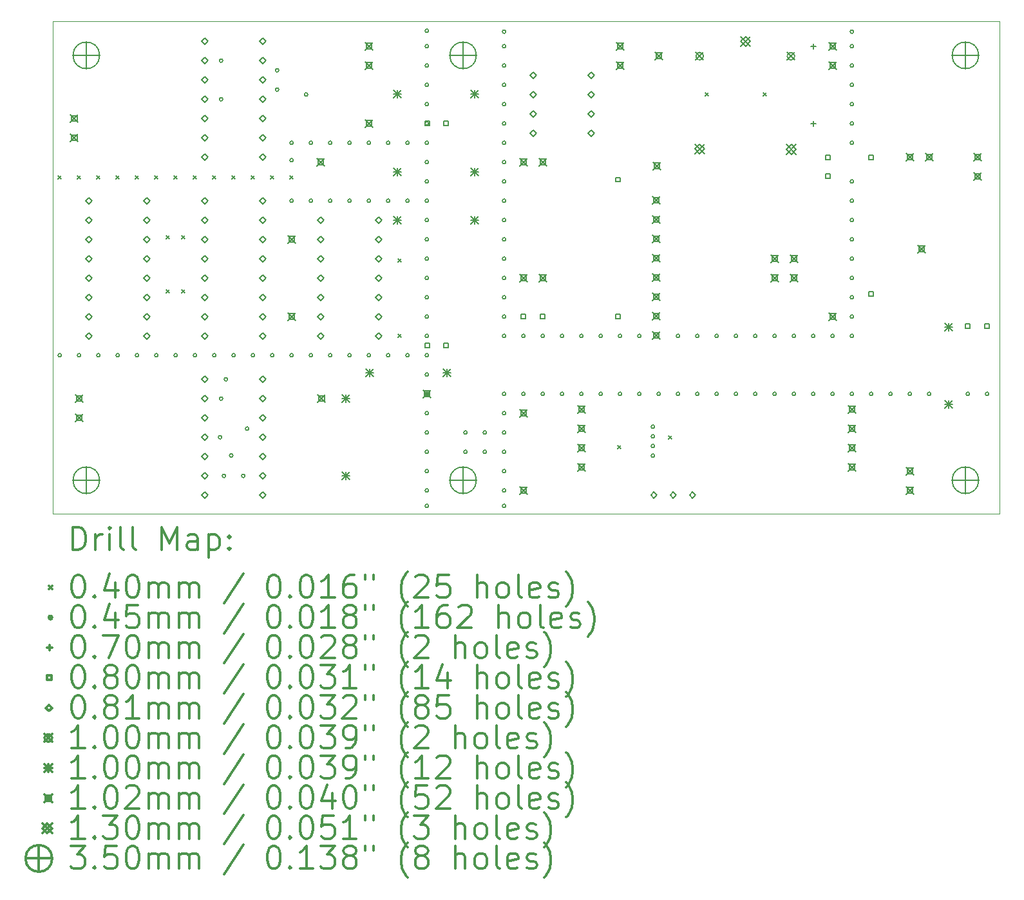
<source format=gbr>
%FSLAX45Y45*%
G04 Gerber Fmt 4.5, Leading zero omitted, Abs format (unit mm)*
G04 Created by KiCad (PCBNEW (after 2015-mar-04 BZR unknown)-product) date Sat 14 Jan 2017 06:29:09 PM CET*
%MOMM*%
G01*
G04 APERTURE LIST*
%ADD10C,0.127000*%
%ADD11C,0.100000*%
%ADD12C,0.200000*%
%ADD13C,0.300000*%
G04 APERTURE END LIST*
D10*
D11*
X19272250Y-5200650D02*
X19272250Y-11677650D01*
X6826250Y-5200650D02*
X19272250Y-5200650D01*
X6826250Y-11677650D02*
X6826250Y-5200650D01*
X19272250Y-11677650D02*
X6826250Y-11677650D01*
D12*
X6901500Y-7231700D02*
X6941500Y-7271700D01*
X6941500Y-7231700D02*
X6901500Y-7271700D01*
X7155500Y-7231700D02*
X7195500Y-7271700D01*
X7195500Y-7231700D02*
X7155500Y-7271700D01*
X7155500Y-7231700D02*
X7195500Y-7271700D01*
X7195500Y-7231700D02*
X7155500Y-7271700D01*
X7409500Y-7231700D02*
X7449500Y-7271700D01*
X7449500Y-7231700D02*
X7409500Y-7271700D01*
X7663500Y-7231700D02*
X7703500Y-7271700D01*
X7703500Y-7231700D02*
X7663500Y-7271700D01*
X7917500Y-7231700D02*
X7957500Y-7271700D01*
X7957500Y-7231700D02*
X7917500Y-7271700D01*
X8171500Y-7231700D02*
X8211500Y-7271700D01*
X8211500Y-7231700D02*
X8171500Y-7271700D01*
X8323900Y-8019100D02*
X8363900Y-8059100D01*
X8363900Y-8019100D02*
X8323900Y-8059100D01*
X8323900Y-8730300D02*
X8363900Y-8770300D01*
X8363900Y-8730300D02*
X8323900Y-8770300D01*
X8425500Y-7231700D02*
X8465500Y-7271700D01*
X8465500Y-7231700D02*
X8425500Y-7271700D01*
X8527100Y-8019100D02*
X8567100Y-8059100D01*
X8567100Y-8019100D02*
X8527100Y-8059100D01*
X8527100Y-8730300D02*
X8567100Y-8770300D01*
X8567100Y-8730300D02*
X8527100Y-8770300D01*
X8679500Y-7231700D02*
X8719500Y-7271700D01*
X8719500Y-7231700D02*
X8679500Y-7271700D01*
X8933500Y-7231700D02*
X8973500Y-7271700D01*
X8973500Y-7231700D02*
X8933500Y-7271700D01*
X9187500Y-7231700D02*
X9227500Y-7271700D01*
X9227500Y-7231700D02*
X9187500Y-7271700D01*
X9441500Y-7231700D02*
X9481500Y-7271700D01*
X9481500Y-7231700D02*
X9441500Y-7271700D01*
X9695500Y-7231700D02*
X9735500Y-7271700D01*
X9735500Y-7231700D02*
X9695500Y-7271700D01*
X9949500Y-7231700D02*
X9989500Y-7271700D01*
X9989500Y-7231700D02*
X9949500Y-7271700D01*
X11371900Y-8323900D02*
X11411900Y-8363900D01*
X11411900Y-8323900D02*
X11371900Y-8363900D01*
X11371900Y-9314500D02*
X11411900Y-9354500D01*
X11411900Y-9314500D02*
X11371900Y-9354500D01*
X14258000Y-10775000D02*
X14298000Y-10815000D01*
X14298000Y-10775000D02*
X14258000Y-10815000D01*
X14927900Y-10648000D02*
X14967900Y-10688000D01*
X14967900Y-10648000D02*
X14927900Y-10688000D01*
X15410500Y-6139500D02*
X15450500Y-6179500D01*
X15450500Y-6139500D02*
X15410500Y-6179500D01*
X16172500Y-6139500D02*
X16212500Y-6179500D01*
X16212500Y-6139500D02*
X16172500Y-6179500D01*
X18229900Y-8171500D02*
X18269900Y-8211500D01*
X18269900Y-8171500D02*
X18229900Y-8211500D01*
X6944000Y-9588500D02*
G75*
G03X6944000Y-9588500I-22500J0D01*
G01*
X7198000Y-9588500D02*
G75*
G03X7198000Y-9588500I-22500J0D01*
G01*
X7452000Y-9588500D02*
G75*
G03X7452000Y-9588500I-22500J0D01*
G01*
X7706000Y-9588500D02*
G75*
G03X7706000Y-9588500I-22500J0D01*
G01*
X7960000Y-9588500D02*
G75*
G03X7960000Y-9588500I-22500J0D01*
G01*
X8214000Y-9588500D02*
G75*
G03X8214000Y-9588500I-22500J0D01*
G01*
X8468000Y-9588500D02*
G75*
G03X8468000Y-9588500I-22500J0D01*
G01*
X8722000Y-9588500D02*
G75*
G03X8722000Y-9588500I-22500J0D01*
G01*
X8976000Y-9588500D02*
G75*
G03X8976000Y-9588500I-22500J0D01*
G01*
X9052200Y-10668000D02*
G75*
G03X9052200Y-10668000I-22500J0D01*
G01*
X9064900Y-5715000D02*
G75*
G03X9064900Y-5715000I-22500J0D01*
G01*
X9064900Y-6223000D02*
G75*
G03X9064900Y-6223000I-22500J0D01*
G01*
X9064900Y-10160000D02*
G75*
G03X9064900Y-10160000I-22500J0D01*
G01*
X9103000Y-11176000D02*
G75*
G03X9103000Y-11176000I-22500J0D01*
G01*
X9128400Y-9906000D02*
G75*
G03X9128400Y-9906000I-22500J0D01*
G01*
X9196980Y-10906760D02*
G75*
G03X9196980Y-10906760I-22500J0D01*
G01*
X9230000Y-9588500D02*
G75*
G03X9230000Y-9588500I-22500J0D01*
G01*
X9357000Y-11176000D02*
G75*
G03X9357000Y-11176000I-22500J0D01*
G01*
X9407800Y-10553700D02*
G75*
G03X9407800Y-10553700I-22500J0D01*
G01*
X9484000Y-9588500D02*
G75*
G03X9484000Y-9588500I-22500J0D01*
G01*
X9738000Y-9588500D02*
G75*
G03X9738000Y-9588500I-22500J0D01*
G01*
X9801500Y-5842000D02*
G75*
G03X9801500Y-5842000I-22500J0D01*
G01*
X9801500Y-6096000D02*
G75*
G03X9801500Y-6096000I-22500J0D01*
G01*
X9992000Y-6794500D02*
G75*
G03X9992000Y-6794500I-22500J0D01*
G01*
X9992000Y-7023100D02*
G75*
G03X9992000Y-7023100I-22500J0D01*
G01*
X9992000Y-7556500D02*
G75*
G03X9992000Y-7556500I-22500J0D01*
G01*
X9992000Y-9588500D02*
G75*
G03X9992000Y-9588500I-22500J0D01*
G01*
X10182500Y-6159500D02*
G75*
G03X10182500Y-6159500I-22500J0D01*
G01*
X10246000Y-6794500D02*
G75*
G03X10246000Y-6794500I-22500J0D01*
G01*
X10246000Y-7556500D02*
G75*
G03X10246000Y-7556500I-22500J0D01*
G01*
X10246000Y-9588500D02*
G75*
G03X10246000Y-9588500I-22500J0D01*
G01*
X10500000Y-6794500D02*
G75*
G03X10500000Y-6794500I-22500J0D01*
G01*
X10500000Y-7556500D02*
G75*
G03X10500000Y-7556500I-22500J0D01*
G01*
X10500000Y-9588500D02*
G75*
G03X10500000Y-9588500I-22500J0D01*
G01*
X10754000Y-6794500D02*
G75*
G03X10754000Y-6794500I-22500J0D01*
G01*
X10754000Y-7556500D02*
G75*
G03X10754000Y-7556500I-22500J0D01*
G01*
X10754000Y-9588500D02*
G75*
G03X10754000Y-9588500I-22500J0D01*
G01*
X11008000Y-6794500D02*
G75*
G03X11008000Y-6794500I-22500J0D01*
G01*
X11008000Y-7556500D02*
G75*
G03X11008000Y-7556500I-22500J0D01*
G01*
X11008000Y-9588500D02*
G75*
G03X11008000Y-9588500I-22500J0D01*
G01*
X11262000Y-6794500D02*
G75*
G03X11262000Y-6794500I-22500J0D01*
G01*
X11262000Y-7556500D02*
G75*
G03X11262000Y-7556500I-22500J0D01*
G01*
X11262000Y-9588500D02*
G75*
G03X11262000Y-9588500I-22500J0D01*
G01*
X11516000Y-6794500D02*
G75*
G03X11516000Y-6794500I-22500J0D01*
G01*
X11516000Y-7556500D02*
G75*
G03X11516000Y-7556500I-22500J0D01*
G01*
X11516000Y-9588500D02*
G75*
G03X11516000Y-9588500I-22500J0D01*
G01*
X11770000Y-5321300D02*
G75*
G03X11770000Y-5321300I-22500J0D01*
G01*
X11770000Y-5524500D02*
G75*
G03X11770000Y-5524500I-22500J0D01*
G01*
X11770000Y-5778500D02*
G75*
G03X11770000Y-5778500I-22500J0D01*
G01*
X11770000Y-6032500D02*
G75*
G03X11770000Y-6032500I-22500J0D01*
G01*
X11770000Y-6286500D02*
G75*
G03X11770000Y-6286500I-22500J0D01*
G01*
X11770000Y-6540500D02*
G75*
G03X11770000Y-6540500I-22500J0D01*
G01*
X11770000Y-6794500D02*
G75*
G03X11770000Y-6794500I-22500J0D01*
G01*
X11770000Y-7048500D02*
G75*
G03X11770000Y-7048500I-22500J0D01*
G01*
X11770000Y-7302500D02*
G75*
G03X11770000Y-7302500I-22500J0D01*
G01*
X11770000Y-7556500D02*
G75*
G03X11770000Y-7556500I-22500J0D01*
G01*
X11770000Y-7810500D02*
G75*
G03X11770000Y-7810500I-22500J0D01*
G01*
X11770000Y-8064500D02*
G75*
G03X11770000Y-8064500I-22500J0D01*
G01*
X11770000Y-8318500D02*
G75*
G03X11770000Y-8318500I-22500J0D01*
G01*
X11770000Y-8572500D02*
G75*
G03X11770000Y-8572500I-22500J0D01*
G01*
X11770000Y-8826500D02*
G75*
G03X11770000Y-8826500I-22500J0D01*
G01*
X11770000Y-9080500D02*
G75*
G03X11770000Y-9080500I-22500J0D01*
G01*
X11770000Y-9334500D02*
G75*
G03X11770000Y-9334500I-22500J0D01*
G01*
X11770000Y-9588500D02*
G75*
G03X11770000Y-9588500I-22500J0D01*
G01*
X11770000Y-9842500D02*
G75*
G03X11770000Y-9842500I-22500J0D01*
G01*
X11770000Y-10096500D02*
G75*
G03X11770000Y-10096500I-22500J0D01*
G01*
X11770000Y-10350500D02*
G75*
G03X11770000Y-10350500I-22500J0D01*
G01*
X11770000Y-10604500D02*
G75*
G03X11770000Y-10604500I-22500J0D01*
G01*
X11770000Y-10858500D02*
G75*
G03X11770000Y-10858500I-22500J0D01*
G01*
X11770000Y-11112500D02*
G75*
G03X11770000Y-11112500I-22500J0D01*
G01*
X11770000Y-11366500D02*
G75*
G03X11770000Y-11366500I-22500J0D01*
G01*
X11770000Y-11569700D02*
G75*
G03X11770000Y-11569700I-22500J0D01*
G01*
X12278000Y-10604500D02*
G75*
G03X12278000Y-10604500I-22500J0D01*
G01*
X12278000Y-10858500D02*
G75*
G03X12278000Y-10858500I-22500J0D01*
G01*
X12532000Y-10604500D02*
G75*
G03X12532000Y-10604500I-22500J0D01*
G01*
X12532000Y-10858500D02*
G75*
G03X12532000Y-10858500I-22500J0D01*
G01*
X12786000Y-5334000D02*
G75*
G03X12786000Y-5334000I-22500J0D01*
G01*
X12786000Y-5524500D02*
G75*
G03X12786000Y-5524500I-22500J0D01*
G01*
X12786000Y-5778500D02*
G75*
G03X12786000Y-5778500I-22500J0D01*
G01*
X12786000Y-6032500D02*
G75*
G03X12786000Y-6032500I-22500J0D01*
G01*
X12786000Y-6286500D02*
G75*
G03X12786000Y-6286500I-22500J0D01*
G01*
X12786000Y-6540500D02*
G75*
G03X12786000Y-6540500I-22500J0D01*
G01*
X12786000Y-6794500D02*
G75*
G03X12786000Y-6794500I-22500J0D01*
G01*
X12786000Y-7048500D02*
G75*
G03X12786000Y-7048500I-22500J0D01*
G01*
X12786000Y-7302500D02*
G75*
G03X12786000Y-7302500I-22500J0D01*
G01*
X12786000Y-7556500D02*
G75*
G03X12786000Y-7556500I-22500J0D01*
G01*
X12786000Y-7810500D02*
G75*
G03X12786000Y-7810500I-22500J0D01*
G01*
X12786000Y-8064500D02*
G75*
G03X12786000Y-8064500I-22500J0D01*
G01*
X12786000Y-8318500D02*
G75*
G03X12786000Y-8318500I-22500J0D01*
G01*
X12786000Y-8572500D02*
G75*
G03X12786000Y-8572500I-22500J0D01*
G01*
X12786000Y-8826500D02*
G75*
G03X12786000Y-8826500I-22500J0D01*
G01*
X12786000Y-9080500D02*
G75*
G03X12786000Y-9080500I-22500J0D01*
G01*
X12786000Y-9334500D02*
G75*
G03X12786000Y-9334500I-22500J0D01*
G01*
X12786000Y-10096500D02*
G75*
G03X12786000Y-10096500I-22500J0D01*
G01*
X12786000Y-10350500D02*
G75*
G03X12786000Y-10350500I-22500J0D01*
G01*
X12786000Y-10604500D02*
G75*
G03X12786000Y-10604500I-22500J0D01*
G01*
X12786000Y-10858500D02*
G75*
G03X12786000Y-10858500I-22500J0D01*
G01*
X12786000Y-11112500D02*
G75*
G03X12786000Y-11112500I-22500J0D01*
G01*
X12786000Y-11366500D02*
G75*
G03X12786000Y-11366500I-22500J0D01*
G01*
X12786000Y-11569700D02*
G75*
G03X12786000Y-11569700I-22500J0D01*
G01*
X13040000Y-9334500D02*
G75*
G03X13040000Y-9334500I-22500J0D01*
G01*
X13040000Y-10096500D02*
G75*
G03X13040000Y-10096500I-22500J0D01*
G01*
X13294000Y-9334500D02*
G75*
G03X13294000Y-9334500I-22500J0D01*
G01*
X13294000Y-10096500D02*
G75*
G03X13294000Y-10096500I-22500J0D01*
G01*
X13548000Y-9334500D02*
G75*
G03X13548000Y-9334500I-22500J0D01*
G01*
X13548000Y-10096500D02*
G75*
G03X13548000Y-10096500I-22500J0D01*
G01*
X13802000Y-9334500D02*
G75*
G03X13802000Y-9334500I-22500J0D01*
G01*
X13802000Y-10096500D02*
G75*
G03X13802000Y-10096500I-22500J0D01*
G01*
X14056000Y-9334500D02*
G75*
G03X14056000Y-9334500I-22500J0D01*
G01*
X14056000Y-10096500D02*
G75*
G03X14056000Y-10096500I-22500J0D01*
G01*
X14310000Y-9334500D02*
G75*
G03X14310000Y-9334500I-22500J0D01*
G01*
X14310000Y-10096500D02*
G75*
G03X14310000Y-10096500I-22500J0D01*
G01*
X14564000Y-9334500D02*
G75*
G03X14564000Y-9334500I-22500J0D01*
G01*
X14564000Y-10096500D02*
G75*
G03X14564000Y-10096500I-22500J0D01*
G01*
X14741800Y-10528300D02*
G75*
G03X14741800Y-10528300I-22500J0D01*
G01*
X14741800Y-10528300D02*
G75*
G03X14741800Y-10528300I-22500J0D01*
G01*
X14741800Y-10655300D02*
G75*
G03X14741800Y-10655300I-22500J0D01*
G01*
X14741800Y-10782300D02*
G75*
G03X14741800Y-10782300I-22500J0D01*
G01*
X14741800Y-10909300D02*
G75*
G03X14741800Y-10909300I-22500J0D01*
G01*
X14818000Y-10096500D02*
G75*
G03X14818000Y-10096500I-22500J0D01*
G01*
X15072000Y-9334500D02*
G75*
G03X15072000Y-9334500I-22500J0D01*
G01*
X15072000Y-10096500D02*
G75*
G03X15072000Y-10096500I-22500J0D01*
G01*
X15326000Y-9334500D02*
G75*
G03X15326000Y-9334500I-22500J0D01*
G01*
X15326000Y-10096500D02*
G75*
G03X15326000Y-10096500I-22500J0D01*
G01*
X15580000Y-9334500D02*
G75*
G03X15580000Y-9334500I-22500J0D01*
G01*
X15580000Y-10096500D02*
G75*
G03X15580000Y-10096500I-22500J0D01*
G01*
X15834000Y-9334500D02*
G75*
G03X15834000Y-9334500I-22500J0D01*
G01*
X15834000Y-10096500D02*
G75*
G03X15834000Y-10096500I-22500J0D01*
G01*
X16088000Y-9334500D02*
G75*
G03X16088000Y-9334500I-22500J0D01*
G01*
X16088000Y-10096500D02*
G75*
G03X16088000Y-10096500I-22500J0D01*
G01*
X16342000Y-9334500D02*
G75*
G03X16342000Y-9334500I-22500J0D01*
G01*
X16342000Y-10096500D02*
G75*
G03X16342000Y-10096500I-22500J0D01*
G01*
X16596000Y-9334500D02*
G75*
G03X16596000Y-9334500I-22500J0D01*
G01*
X16596000Y-10096500D02*
G75*
G03X16596000Y-10096500I-22500J0D01*
G01*
X16850000Y-9334500D02*
G75*
G03X16850000Y-9334500I-22500J0D01*
G01*
X16850000Y-10096500D02*
G75*
G03X16850000Y-10096500I-22500J0D01*
G01*
X17104000Y-9334500D02*
G75*
G03X17104000Y-9334500I-22500J0D01*
G01*
X17104000Y-10096500D02*
G75*
G03X17104000Y-10096500I-22500J0D01*
G01*
X17358000Y-5334000D02*
G75*
G03X17358000Y-5334000I-22500J0D01*
G01*
X17358000Y-5524500D02*
G75*
G03X17358000Y-5524500I-22500J0D01*
G01*
X17358000Y-5778500D02*
G75*
G03X17358000Y-5778500I-22500J0D01*
G01*
X17358000Y-6032500D02*
G75*
G03X17358000Y-6032500I-22500J0D01*
G01*
X17358000Y-6286500D02*
G75*
G03X17358000Y-6286500I-22500J0D01*
G01*
X17358000Y-6540500D02*
G75*
G03X17358000Y-6540500I-22500J0D01*
G01*
X17358000Y-6794500D02*
G75*
G03X17358000Y-6794500I-22500J0D01*
G01*
X17358000Y-7302500D02*
G75*
G03X17358000Y-7302500I-22500J0D01*
G01*
X17358000Y-7556500D02*
G75*
G03X17358000Y-7556500I-22500J0D01*
G01*
X17358000Y-7556500D02*
G75*
G03X17358000Y-7556500I-22500J0D01*
G01*
X17358000Y-7810500D02*
G75*
G03X17358000Y-7810500I-22500J0D01*
G01*
X17358000Y-8064500D02*
G75*
G03X17358000Y-8064500I-22500J0D01*
G01*
X17358000Y-8318500D02*
G75*
G03X17358000Y-8318500I-22500J0D01*
G01*
X17358000Y-8572500D02*
G75*
G03X17358000Y-8572500I-22500J0D01*
G01*
X17358000Y-8826500D02*
G75*
G03X17358000Y-8826500I-22500J0D01*
G01*
X17358000Y-9080500D02*
G75*
G03X17358000Y-9080500I-22500J0D01*
G01*
X17358000Y-9334500D02*
G75*
G03X17358000Y-9334500I-22500J0D01*
G01*
X17358000Y-10096500D02*
G75*
G03X17358000Y-10096500I-22500J0D01*
G01*
X17612000Y-10096500D02*
G75*
G03X17612000Y-10096500I-22500J0D01*
G01*
X17866000Y-10096500D02*
G75*
G03X17866000Y-10096500I-22500J0D01*
G01*
X18120000Y-10096500D02*
G75*
G03X18120000Y-10096500I-22500J0D01*
G01*
X18374000Y-10096500D02*
G75*
G03X18374000Y-10096500I-22500J0D01*
G01*
X18882000Y-10096500D02*
G75*
G03X18882000Y-10096500I-22500J0D01*
G01*
X19136000Y-10096500D02*
G75*
G03X19136000Y-10096500I-22500J0D01*
G01*
X16827500Y-5489448D02*
X16827500Y-5559552D01*
X16792448Y-5524500D02*
X16862552Y-5524500D01*
X16827500Y-6505448D02*
X16827500Y-6575552D01*
X16792448Y-6540500D02*
X16862552Y-6540500D01*
X11779784Y-6568784D02*
X11779784Y-6512215D01*
X11723215Y-6512215D01*
X11723215Y-6568784D01*
X11779784Y-6568784D01*
X11779784Y-9489785D02*
X11779784Y-9433216D01*
X11723215Y-9433216D01*
X11723215Y-9489785D01*
X11779784Y-9489785D01*
X12029784Y-6568784D02*
X12029784Y-6512215D01*
X11973215Y-6512215D01*
X11973215Y-6568784D01*
X12029784Y-6568784D01*
X12029784Y-9489785D02*
X12029784Y-9433216D01*
X11973215Y-9433216D01*
X11973215Y-9489785D01*
X12029784Y-9489785D01*
X13045784Y-9108785D02*
X13045784Y-9052216D01*
X12989215Y-9052216D01*
X12989215Y-9108785D01*
X13045784Y-9108785D01*
X13295784Y-9108785D02*
X13295784Y-9052216D01*
X13239215Y-9052216D01*
X13239215Y-9108785D01*
X13295784Y-9108785D01*
X14290384Y-7308784D02*
X14290384Y-7252215D01*
X14233815Y-7252215D01*
X14233815Y-7308784D01*
X14290384Y-7308784D01*
X14290384Y-9108785D02*
X14290384Y-9052216D01*
X14233815Y-9052216D01*
X14233815Y-9108785D01*
X14290384Y-9108785D01*
X17046285Y-7013284D02*
X17046285Y-6956715D01*
X16989716Y-6956715D01*
X16989716Y-7013284D01*
X17046285Y-7013284D01*
X17046285Y-7263284D02*
X17046285Y-7206715D01*
X16989716Y-7206715D01*
X16989716Y-7263284D01*
X17046285Y-7263284D01*
X17617785Y-7013284D02*
X17617785Y-6956715D01*
X17561216Y-6956715D01*
X17561216Y-7013284D01*
X17617785Y-7013284D01*
X17617785Y-8813285D02*
X17617785Y-8756716D01*
X17561216Y-8756716D01*
X17561216Y-8813285D01*
X17617785Y-8813285D01*
X18887785Y-9235785D02*
X18887785Y-9179216D01*
X18831216Y-9179216D01*
X18831216Y-9235785D01*
X18887785Y-9235785D01*
X19137785Y-9235785D02*
X19137785Y-9179216D01*
X19081216Y-9179216D01*
X19081216Y-9235785D01*
X19137785Y-9235785D01*
X7302500Y-7597140D02*
X7343140Y-7556500D01*
X7302500Y-7515860D01*
X7261860Y-7556500D01*
X7302500Y-7597140D01*
X7302500Y-7851140D02*
X7343140Y-7810500D01*
X7302500Y-7769860D01*
X7261860Y-7810500D01*
X7302500Y-7851140D01*
X7302500Y-8105140D02*
X7343140Y-8064500D01*
X7302500Y-8023860D01*
X7261860Y-8064500D01*
X7302500Y-8105140D01*
X7302500Y-8359140D02*
X7343140Y-8318500D01*
X7302500Y-8277860D01*
X7261860Y-8318500D01*
X7302500Y-8359140D01*
X7302500Y-8613140D02*
X7343140Y-8572500D01*
X7302500Y-8531860D01*
X7261860Y-8572500D01*
X7302500Y-8613140D01*
X7302500Y-8867140D02*
X7343140Y-8826500D01*
X7302500Y-8785860D01*
X7261860Y-8826500D01*
X7302500Y-8867140D01*
X7302500Y-9121140D02*
X7343140Y-9080500D01*
X7302500Y-9039860D01*
X7261860Y-9080500D01*
X7302500Y-9121140D01*
X7302500Y-9375140D02*
X7343140Y-9334500D01*
X7302500Y-9293860D01*
X7261860Y-9334500D01*
X7302500Y-9375140D01*
X8064500Y-7597140D02*
X8105140Y-7556500D01*
X8064500Y-7515860D01*
X8023860Y-7556500D01*
X8064500Y-7597140D01*
X8064500Y-7851140D02*
X8105140Y-7810500D01*
X8064500Y-7769860D01*
X8023860Y-7810500D01*
X8064500Y-7851140D01*
X8064500Y-8105140D02*
X8105140Y-8064500D01*
X8064500Y-8023860D01*
X8023860Y-8064500D01*
X8064500Y-8105140D01*
X8064500Y-8359140D02*
X8105140Y-8318500D01*
X8064500Y-8277860D01*
X8023860Y-8318500D01*
X8064500Y-8359140D01*
X8064500Y-8613140D02*
X8105140Y-8572500D01*
X8064500Y-8531860D01*
X8023860Y-8572500D01*
X8064500Y-8613140D01*
X8064500Y-8867140D02*
X8105140Y-8826500D01*
X8064500Y-8785860D01*
X8023860Y-8826500D01*
X8064500Y-8867140D01*
X8064500Y-9121140D02*
X8105140Y-9080500D01*
X8064500Y-9039860D01*
X8023860Y-9080500D01*
X8064500Y-9121140D01*
X8064500Y-9375140D02*
X8105140Y-9334500D01*
X8064500Y-9293860D01*
X8023860Y-9334500D01*
X8064500Y-9375140D01*
X8826500Y-5501640D02*
X8867140Y-5461000D01*
X8826500Y-5420360D01*
X8785860Y-5461000D01*
X8826500Y-5501640D01*
X8826500Y-5755640D02*
X8867140Y-5715000D01*
X8826500Y-5674360D01*
X8785860Y-5715000D01*
X8826500Y-5755640D01*
X8826500Y-6009640D02*
X8867140Y-5969000D01*
X8826500Y-5928360D01*
X8785860Y-5969000D01*
X8826500Y-6009640D01*
X8826500Y-6263640D02*
X8867140Y-6223000D01*
X8826500Y-6182360D01*
X8785860Y-6223000D01*
X8826500Y-6263640D01*
X8826500Y-6517640D02*
X8867140Y-6477000D01*
X8826500Y-6436360D01*
X8785860Y-6477000D01*
X8826500Y-6517640D01*
X8826500Y-6771640D02*
X8867140Y-6731000D01*
X8826500Y-6690360D01*
X8785860Y-6731000D01*
X8826500Y-6771640D01*
X8826500Y-7025640D02*
X8867140Y-6985000D01*
X8826500Y-6944360D01*
X8785860Y-6985000D01*
X8826500Y-7025640D01*
X8826500Y-7597140D02*
X8867140Y-7556500D01*
X8826500Y-7515860D01*
X8785860Y-7556500D01*
X8826500Y-7597140D01*
X8826500Y-7851140D02*
X8867140Y-7810500D01*
X8826500Y-7769860D01*
X8785860Y-7810500D01*
X8826500Y-7851140D01*
X8826500Y-8105140D02*
X8867140Y-8064500D01*
X8826500Y-8023860D01*
X8785860Y-8064500D01*
X8826500Y-8105140D01*
X8826500Y-8359140D02*
X8867140Y-8318500D01*
X8826500Y-8277860D01*
X8785860Y-8318500D01*
X8826500Y-8359140D01*
X8826500Y-8613140D02*
X8867140Y-8572500D01*
X8826500Y-8531860D01*
X8785860Y-8572500D01*
X8826500Y-8613140D01*
X8826500Y-8867140D02*
X8867140Y-8826500D01*
X8826500Y-8785860D01*
X8785860Y-8826500D01*
X8826500Y-8867140D01*
X8826500Y-9121140D02*
X8867140Y-9080500D01*
X8826500Y-9039860D01*
X8785860Y-9080500D01*
X8826500Y-9121140D01*
X8826500Y-9375140D02*
X8867140Y-9334500D01*
X8826500Y-9293860D01*
X8785860Y-9334500D01*
X8826500Y-9375140D01*
X8826500Y-9946640D02*
X8867140Y-9906000D01*
X8826500Y-9865360D01*
X8785860Y-9906000D01*
X8826500Y-9946640D01*
X8826500Y-10200640D02*
X8867140Y-10160000D01*
X8826500Y-10119360D01*
X8785860Y-10160000D01*
X8826500Y-10200640D01*
X8826500Y-10454640D02*
X8867140Y-10414000D01*
X8826500Y-10373360D01*
X8785860Y-10414000D01*
X8826500Y-10454640D01*
X8826500Y-10708640D02*
X8867140Y-10668000D01*
X8826500Y-10627360D01*
X8785860Y-10668000D01*
X8826500Y-10708640D01*
X8826500Y-10962640D02*
X8867140Y-10922000D01*
X8826500Y-10881360D01*
X8785860Y-10922000D01*
X8826500Y-10962640D01*
X8826500Y-11216640D02*
X8867140Y-11176000D01*
X8826500Y-11135360D01*
X8785860Y-11176000D01*
X8826500Y-11216640D01*
X8826500Y-11470640D02*
X8867140Y-11430000D01*
X8826500Y-11389360D01*
X8785860Y-11430000D01*
X8826500Y-11470640D01*
X9588500Y-5501640D02*
X9629140Y-5461000D01*
X9588500Y-5420360D01*
X9547860Y-5461000D01*
X9588500Y-5501640D01*
X9588500Y-5755640D02*
X9629140Y-5715000D01*
X9588500Y-5674360D01*
X9547860Y-5715000D01*
X9588500Y-5755640D01*
X9588500Y-6009640D02*
X9629140Y-5969000D01*
X9588500Y-5928360D01*
X9547860Y-5969000D01*
X9588500Y-6009640D01*
X9588500Y-6263640D02*
X9629140Y-6223000D01*
X9588500Y-6182360D01*
X9547860Y-6223000D01*
X9588500Y-6263640D01*
X9588500Y-6517640D02*
X9629140Y-6477000D01*
X9588500Y-6436360D01*
X9547860Y-6477000D01*
X9588500Y-6517640D01*
X9588500Y-6771640D02*
X9629140Y-6731000D01*
X9588500Y-6690360D01*
X9547860Y-6731000D01*
X9588500Y-6771640D01*
X9588500Y-7025640D02*
X9629140Y-6985000D01*
X9588500Y-6944360D01*
X9547860Y-6985000D01*
X9588500Y-7025640D01*
X9588500Y-7597140D02*
X9629140Y-7556500D01*
X9588500Y-7515860D01*
X9547860Y-7556500D01*
X9588500Y-7597140D01*
X9588500Y-7851140D02*
X9629140Y-7810500D01*
X9588500Y-7769860D01*
X9547860Y-7810500D01*
X9588500Y-7851140D01*
X9588500Y-8105140D02*
X9629140Y-8064500D01*
X9588500Y-8023860D01*
X9547860Y-8064500D01*
X9588500Y-8105140D01*
X9588500Y-8359140D02*
X9629140Y-8318500D01*
X9588500Y-8277860D01*
X9547860Y-8318500D01*
X9588500Y-8359140D01*
X9588500Y-8613140D02*
X9629140Y-8572500D01*
X9588500Y-8531860D01*
X9547860Y-8572500D01*
X9588500Y-8613140D01*
X9588500Y-8867140D02*
X9629140Y-8826500D01*
X9588500Y-8785860D01*
X9547860Y-8826500D01*
X9588500Y-8867140D01*
X9588500Y-9121140D02*
X9629140Y-9080500D01*
X9588500Y-9039860D01*
X9547860Y-9080500D01*
X9588500Y-9121140D01*
X9588500Y-9375140D02*
X9629140Y-9334500D01*
X9588500Y-9293860D01*
X9547860Y-9334500D01*
X9588500Y-9375140D01*
X9588500Y-9946640D02*
X9629140Y-9906000D01*
X9588500Y-9865360D01*
X9547860Y-9906000D01*
X9588500Y-9946640D01*
X9588500Y-10200640D02*
X9629140Y-10160000D01*
X9588500Y-10119360D01*
X9547860Y-10160000D01*
X9588500Y-10200640D01*
X9588500Y-10454640D02*
X9629140Y-10414000D01*
X9588500Y-10373360D01*
X9547860Y-10414000D01*
X9588500Y-10454640D01*
X9588500Y-10708640D02*
X9629140Y-10668000D01*
X9588500Y-10627360D01*
X9547860Y-10668000D01*
X9588500Y-10708640D01*
X9588500Y-10962640D02*
X9629140Y-10922000D01*
X9588500Y-10881360D01*
X9547860Y-10922000D01*
X9588500Y-10962640D01*
X9588500Y-11216640D02*
X9629140Y-11176000D01*
X9588500Y-11135360D01*
X9547860Y-11176000D01*
X9588500Y-11216640D01*
X9588500Y-11470640D02*
X9629140Y-11430000D01*
X9588500Y-11389360D01*
X9547860Y-11430000D01*
X9588500Y-11470640D01*
X10350500Y-7851140D02*
X10391140Y-7810500D01*
X10350500Y-7769860D01*
X10309860Y-7810500D01*
X10350500Y-7851140D01*
X10350500Y-8105140D02*
X10391140Y-8064500D01*
X10350500Y-8023860D01*
X10309860Y-8064500D01*
X10350500Y-8105140D01*
X10350500Y-8359140D02*
X10391140Y-8318500D01*
X10350500Y-8277860D01*
X10309860Y-8318500D01*
X10350500Y-8359140D01*
X10350500Y-8613140D02*
X10391140Y-8572500D01*
X10350500Y-8531860D01*
X10309860Y-8572500D01*
X10350500Y-8613140D01*
X10350500Y-8867140D02*
X10391140Y-8826500D01*
X10350500Y-8785860D01*
X10309860Y-8826500D01*
X10350500Y-8867140D01*
X10350500Y-9121140D02*
X10391140Y-9080500D01*
X10350500Y-9039860D01*
X10309860Y-9080500D01*
X10350500Y-9121140D01*
X10350500Y-9375140D02*
X10391140Y-9334500D01*
X10350500Y-9293860D01*
X10309860Y-9334500D01*
X10350500Y-9375140D01*
X11112500Y-7851140D02*
X11153140Y-7810500D01*
X11112500Y-7769860D01*
X11071860Y-7810500D01*
X11112500Y-7851140D01*
X11112500Y-8105140D02*
X11153140Y-8064500D01*
X11112500Y-8023860D01*
X11071860Y-8064500D01*
X11112500Y-8105140D01*
X11112500Y-8359140D02*
X11153140Y-8318500D01*
X11112500Y-8277860D01*
X11071860Y-8318500D01*
X11112500Y-8359140D01*
X11112500Y-8613140D02*
X11153140Y-8572500D01*
X11112500Y-8531860D01*
X11071860Y-8572500D01*
X11112500Y-8613140D01*
X11112500Y-8867140D02*
X11153140Y-8826500D01*
X11112500Y-8785860D01*
X11071860Y-8826500D01*
X11112500Y-8867140D01*
X11112500Y-9121140D02*
X11153140Y-9080500D01*
X11112500Y-9039860D01*
X11071860Y-9080500D01*
X11112500Y-9121140D01*
X11112500Y-9375140D02*
X11153140Y-9334500D01*
X11112500Y-9293860D01*
X11071860Y-9334500D01*
X11112500Y-9375140D01*
X13144500Y-5946140D02*
X13185140Y-5905500D01*
X13144500Y-5864860D01*
X13103860Y-5905500D01*
X13144500Y-5946140D01*
X13144500Y-6200140D02*
X13185140Y-6159500D01*
X13144500Y-6118860D01*
X13103860Y-6159500D01*
X13144500Y-6200140D01*
X13144500Y-6454140D02*
X13185140Y-6413500D01*
X13144500Y-6372860D01*
X13103860Y-6413500D01*
X13144500Y-6454140D01*
X13144500Y-6708140D02*
X13185140Y-6667500D01*
X13144500Y-6626860D01*
X13103860Y-6667500D01*
X13144500Y-6708140D01*
X13906500Y-5946140D02*
X13947140Y-5905500D01*
X13906500Y-5864860D01*
X13865860Y-5905500D01*
X13906500Y-5946140D01*
X13906500Y-6200140D02*
X13947140Y-6159500D01*
X13906500Y-6118860D01*
X13865860Y-6159500D01*
X13906500Y-6200140D01*
X13906500Y-6454140D02*
X13947140Y-6413500D01*
X13906500Y-6372860D01*
X13865860Y-6413500D01*
X13906500Y-6454140D01*
X13906500Y-6708140D02*
X13947140Y-6667500D01*
X13906500Y-6626860D01*
X13865860Y-6667500D01*
X13906500Y-6708140D01*
X14732000Y-11470640D02*
X14772640Y-11430000D01*
X14732000Y-11389360D01*
X14691360Y-11430000D01*
X14732000Y-11470640D01*
X14986000Y-11470640D02*
X15026640Y-11430000D01*
X14986000Y-11389360D01*
X14945360Y-11430000D01*
X14986000Y-11470640D01*
X15240000Y-11470640D02*
X15280640Y-11430000D01*
X15240000Y-11389360D01*
X15199360Y-11430000D01*
X15240000Y-11470640D01*
X15283500Y-5606000D02*
X15383500Y-5706000D01*
X15383500Y-5606000D02*
X15283500Y-5706000D01*
X15383500Y-5656000D02*
G75*
G03X15383500Y-5656000I-50000J0D01*
G01*
X16483500Y-5606000D02*
X16583500Y-5706000D01*
X16583500Y-5606000D02*
X16483500Y-5706000D01*
X16583500Y-5656000D02*
G75*
G03X16583500Y-5656000I-50000J0D01*
G01*
X10630662Y-10105136D02*
X10730738Y-10205212D01*
X10730738Y-10105136D02*
X10630662Y-10205212D01*
X10680700Y-10105136D02*
X10680700Y-10205212D01*
X10630662Y-10155174D02*
X10730738Y-10155174D01*
X10630662Y-11121136D02*
X10730738Y-11221212D01*
X10730738Y-11121136D02*
X10630662Y-11221212D01*
X10680700Y-11121136D02*
X10680700Y-11221212D01*
X10630662Y-11171174D02*
X10730738Y-11171174D01*
X10943336Y-9767062D02*
X11043412Y-9867138D01*
X11043412Y-9767062D02*
X10943336Y-9867138D01*
X10993374Y-9767062D02*
X10993374Y-9867138D01*
X10943336Y-9817100D02*
X11043412Y-9817100D01*
X11308588Y-7125462D02*
X11408664Y-7225538D01*
X11408664Y-7125462D02*
X11308588Y-7225538D01*
X11358626Y-7125462D02*
X11358626Y-7225538D01*
X11308588Y-7175500D02*
X11408664Y-7175500D01*
X11308588Y-7760462D02*
X11408664Y-7860538D01*
X11408664Y-7760462D02*
X11308588Y-7860538D01*
X11358626Y-7760462D02*
X11358626Y-7860538D01*
X11308588Y-7810500D02*
X11408664Y-7810500D01*
X11311636Y-6104382D02*
X11411712Y-6204458D01*
X11411712Y-6104382D02*
X11311636Y-6204458D01*
X11361674Y-6104382D02*
X11361674Y-6204458D01*
X11311636Y-6154420D02*
X11411712Y-6154420D01*
X11959336Y-9767062D02*
X12059412Y-9867138D01*
X12059412Y-9767062D02*
X11959336Y-9867138D01*
X12009374Y-9767062D02*
X12009374Y-9867138D01*
X11959336Y-9817100D02*
X12059412Y-9817100D01*
X12324588Y-7125462D02*
X12424664Y-7225538D01*
X12424664Y-7125462D02*
X12324588Y-7225538D01*
X12374626Y-7125462D02*
X12374626Y-7225538D01*
X12324588Y-7175500D02*
X12424664Y-7175500D01*
X12324588Y-7760462D02*
X12424664Y-7860538D01*
X12424664Y-7760462D02*
X12324588Y-7860538D01*
X12374626Y-7760462D02*
X12374626Y-7860538D01*
X12324588Y-7810500D02*
X12424664Y-7810500D01*
X12327636Y-6104382D02*
X12427712Y-6204458D01*
X12427712Y-6104382D02*
X12327636Y-6204458D01*
X12377674Y-6104382D02*
X12377674Y-6204458D01*
X12327636Y-6154420D02*
X12427712Y-6154420D01*
X18555462Y-9165336D02*
X18655538Y-9265412D01*
X18655538Y-9165336D02*
X18555462Y-9265412D01*
X18605500Y-9165336D02*
X18605500Y-9265412D01*
X18555462Y-9215374D02*
X18655538Y-9215374D01*
X18555462Y-10181336D02*
X18655538Y-10281412D01*
X18655538Y-10181336D02*
X18555462Y-10281412D01*
X18605500Y-10181336D02*
X18605500Y-10281412D01*
X18555462Y-10231374D02*
X18655538Y-10231374D01*
X7061200Y-6426200D02*
X7162800Y-6527800D01*
X7162800Y-6426200D02*
X7061200Y-6527800D01*
X7147921Y-6512921D02*
X7147921Y-6441079D01*
X7076079Y-6441079D01*
X7076079Y-6512921D01*
X7147921Y-6512921D01*
X7061200Y-6680200D02*
X7162800Y-6781800D01*
X7162800Y-6680200D02*
X7061200Y-6781800D01*
X7147921Y-6766921D02*
X7147921Y-6695079D01*
X7076079Y-6695079D01*
X7076079Y-6766921D01*
X7147921Y-6766921D01*
X7124700Y-10109200D02*
X7226300Y-10210800D01*
X7226300Y-10109200D02*
X7124700Y-10210800D01*
X7211421Y-10195921D02*
X7211421Y-10124079D01*
X7139579Y-10124079D01*
X7139579Y-10195921D01*
X7211421Y-10195921D01*
X7124700Y-10363200D02*
X7226300Y-10464800D01*
X7226300Y-10363200D02*
X7124700Y-10464800D01*
X7211421Y-10449921D02*
X7211421Y-10378079D01*
X7139579Y-10378079D01*
X7139579Y-10449921D01*
X7211421Y-10449921D01*
X9918700Y-8013700D02*
X10020300Y-8115300D01*
X10020300Y-8013700D02*
X9918700Y-8115300D01*
X10005421Y-8100421D02*
X10005421Y-8028579D01*
X9933579Y-8028579D01*
X9933579Y-8100421D01*
X10005421Y-8100421D01*
X9918700Y-9029700D02*
X10020300Y-9131300D01*
X10020300Y-9029700D02*
X9918700Y-9131300D01*
X10005421Y-9116421D02*
X10005421Y-9044579D01*
X9933579Y-9044579D01*
X9933579Y-9116421D01*
X10005421Y-9116421D01*
X10299700Y-6997700D02*
X10401300Y-7099300D01*
X10401300Y-6997700D02*
X10299700Y-7099300D01*
X10386421Y-7084421D02*
X10386421Y-7012579D01*
X10314579Y-7012579D01*
X10314579Y-7084421D01*
X10386421Y-7084421D01*
X10312400Y-10109200D02*
X10414000Y-10210800D01*
X10414000Y-10109200D02*
X10312400Y-10210800D01*
X10399121Y-10195921D02*
X10399121Y-10124079D01*
X10327279Y-10124079D01*
X10327279Y-10195921D01*
X10399121Y-10195921D01*
X10934700Y-5473700D02*
X11036300Y-5575300D01*
X11036300Y-5473700D02*
X10934700Y-5575300D01*
X11021421Y-5560421D02*
X11021421Y-5488579D01*
X10949579Y-5488579D01*
X10949579Y-5560421D01*
X11021421Y-5560421D01*
X10934700Y-5727700D02*
X11036300Y-5829300D01*
X11036300Y-5727700D02*
X10934700Y-5829300D01*
X11021421Y-5814421D02*
X11021421Y-5742579D01*
X10949579Y-5742579D01*
X10949579Y-5814421D01*
X11021421Y-5814421D01*
X10934700Y-6489700D02*
X11036300Y-6591300D01*
X11036300Y-6489700D02*
X10934700Y-6591300D01*
X11021421Y-6576421D02*
X11021421Y-6504579D01*
X10949579Y-6504579D01*
X10949579Y-6576421D01*
X11021421Y-6576421D01*
X11696700Y-10045700D02*
X11798300Y-10147300D01*
X11798300Y-10045700D02*
X11696700Y-10147300D01*
X11783421Y-10132421D02*
X11783421Y-10060579D01*
X11711579Y-10060579D01*
X11711579Y-10132421D01*
X11783421Y-10132421D01*
X12966700Y-6997700D02*
X13068300Y-7099300D01*
X13068300Y-6997700D02*
X12966700Y-7099300D01*
X13053421Y-7084421D02*
X13053421Y-7012579D01*
X12981579Y-7012579D01*
X12981579Y-7084421D01*
X13053421Y-7084421D01*
X12966700Y-8521700D02*
X13068300Y-8623300D01*
X13068300Y-8521700D02*
X12966700Y-8623300D01*
X13053421Y-8608421D02*
X13053421Y-8536579D01*
X12981579Y-8536579D01*
X12981579Y-8608421D01*
X13053421Y-8608421D01*
X12966700Y-10299700D02*
X13068300Y-10401300D01*
X13068300Y-10299700D02*
X12966700Y-10401300D01*
X13053421Y-10386421D02*
X13053421Y-10314579D01*
X12981579Y-10314579D01*
X12981579Y-10386421D01*
X13053421Y-10386421D01*
X12966700Y-11315700D02*
X13068300Y-11417300D01*
X13068300Y-11315700D02*
X12966700Y-11417300D01*
X13053421Y-11402421D02*
X13053421Y-11330579D01*
X12981579Y-11330579D01*
X12981579Y-11402421D01*
X13053421Y-11402421D01*
X13220700Y-6997700D02*
X13322300Y-7099300D01*
X13322300Y-6997700D02*
X13220700Y-7099300D01*
X13307421Y-7084421D02*
X13307421Y-7012579D01*
X13235579Y-7012579D01*
X13235579Y-7084421D01*
X13307421Y-7084421D01*
X13220700Y-8521700D02*
X13322300Y-8623300D01*
X13322300Y-8521700D02*
X13220700Y-8623300D01*
X13307421Y-8608421D02*
X13307421Y-8536579D01*
X13235579Y-8536579D01*
X13235579Y-8608421D01*
X13307421Y-8608421D01*
X13728700Y-10248900D02*
X13830300Y-10350500D01*
X13830300Y-10248900D02*
X13728700Y-10350500D01*
X13815421Y-10335621D02*
X13815421Y-10263779D01*
X13743579Y-10263779D01*
X13743579Y-10335621D01*
X13815421Y-10335621D01*
X13728700Y-10502900D02*
X13830300Y-10604500D01*
X13830300Y-10502900D02*
X13728700Y-10604500D01*
X13815421Y-10589621D02*
X13815421Y-10517779D01*
X13743579Y-10517779D01*
X13743579Y-10589621D01*
X13815421Y-10589621D01*
X13728700Y-10756900D02*
X13830300Y-10858500D01*
X13830300Y-10756900D02*
X13728700Y-10858500D01*
X13815421Y-10843621D02*
X13815421Y-10771779D01*
X13743579Y-10771779D01*
X13743579Y-10843621D01*
X13815421Y-10843621D01*
X13728700Y-11010900D02*
X13830300Y-11112500D01*
X13830300Y-11010900D02*
X13728700Y-11112500D01*
X13815421Y-11097621D02*
X13815421Y-11025779D01*
X13743579Y-11025779D01*
X13743579Y-11097621D01*
X13815421Y-11097621D01*
X14236700Y-5473700D02*
X14338300Y-5575300D01*
X14338300Y-5473700D02*
X14236700Y-5575300D01*
X14323421Y-5560421D02*
X14323421Y-5488579D01*
X14251579Y-5488579D01*
X14251579Y-5560421D01*
X14323421Y-5560421D01*
X14236700Y-5727700D02*
X14338300Y-5829300D01*
X14338300Y-5727700D02*
X14236700Y-5829300D01*
X14323421Y-5814421D02*
X14323421Y-5742579D01*
X14251579Y-5742579D01*
X14251579Y-5814421D01*
X14323421Y-5814421D01*
X14714220Y-7500620D02*
X14815820Y-7602220D01*
X14815820Y-7500620D02*
X14714220Y-7602220D01*
X14800941Y-7587341D02*
X14800941Y-7515499D01*
X14729099Y-7515499D01*
X14729099Y-7587341D01*
X14800941Y-7587341D01*
X14714220Y-7754620D02*
X14815820Y-7856220D01*
X14815820Y-7754620D02*
X14714220Y-7856220D01*
X14800941Y-7841341D02*
X14800941Y-7769499D01*
X14729099Y-7769499D01*
X14729099Y-7841341D01*
X14800941Y-7841341D01*
X14714220Y-8008620D02*
X14815820Y-8110220D01*
X14815820Y-8008620D02*
X14714220Y-8110220D01*
X14800941Y-8095341D02*
X14800941Y-8023499D01*
X14729099Y-8023499D01*
X14729099Y-8095341D01*
X14800941Y-8095341D01*
X14714220Y-8262620D02*
X14815820Y-8364220D01*
X14815820Y-8262620D02*
X14714220Y-8364220D01*
X14800941Y-8349341D02*
X14800941Y-8277499D01*
X14729099Y-8277499D01*
X14729099Y-8349341D01*
X14800941Y-8349341D01*
X14714220Y-8516620D02*
X14815820Y-8618220D01*
X14815820Y-8516620D02*
X14714220Y-8618220D01*
X14800941Y-8603341D02*
X14800941Y-8531499D01*
X14729099Y-8531499D01*
X14729099Y-8603341D01*
X14800941Y-8603341D01*
X14714220Y-8770620D02*
X14815820Y-8872220D01*
X14815820Y-8770620D02*
X14714220Y-8872220D01*
X14800941Y-8857341D02*
X14800941Y-8785499D01*
X14729099Y-8785499D01*
X14729099Y-8857341D01*
X14800941Y-8857341D01*
X14714220Y-9024620D02*
X14815820Y-9126220D01*
X14815820Y-9024620D02*
X14714220Y-9126220D01*
X14800941Y-9111341D02*
X14800941Y-9039499D01*
X14729099Y-9039499D01*
X14729099Y-9111341D01*
X14800941Y-9111341D01*
X14714220Y-9278620D02*
X14815820Y-9380220D01*
X14815820Y-9278620D02*
X14714220Y-9380220D01*
X14800941Y-9365341D02*
X14800941Y-9293499D01*
X14729099Y-9293499D01*
X14729099Y-9365341D01*
X14800941Y-9365341D01*
X14719300Y-7048500D02*
X14820900Y-7150100D01*
X14820900Y-7048500D02*
X14719300Y-7150100D01*
X14806021Y-7135221D02*
X14806021Y-7063379D01*
X14734179Y-7063379D01*
X14734179Y-7135221D01*
X14806021Y-7135221D01*
X14744700Y-5600700D02*
X14846300Y-5702300D01*
X14846300Y-5600700D02*
X14744700Y-5702300D01*
X14831421Y-5687421D02*
X14831421Y-5615579D01*
X14759579Y-5615579D01*
X14759579Y-5687421D01*
X14831421Y-5687421D01*
X16268700Y-8267700D02*
X16370300Y-8369300D01*
X16370300Y-8267700D02*
X16268700Y-8369300D01*
X16355421Y-8354421D02*
X16355421Y-8282579D01*
X16283579Y-8282579D01*
X16283579Y-8354421D01*
X16355421Y-8354421D01*
X16268700Y-8521700D02*
X16370300Y-8623300D01*
X16370300Y-8521700D02*
X16268700Y-8623300D01*
X16355421Y-8608421D02*
X16355421Y-8536579D01*
X16283579Y-8536579D01*
X16283579Y-8608421D01*
X16355421Y-8608421D01*
X16522700Y-8267700D02*
X16624300Y-8369300D01*
X16624300Y-8267700D02*
X16522700Y-8369300D01*
X16609421Y-8354421D02*
X16609421Y-8282579D01*
X16537579Y-8282579D01*
X16537579Y-8354421D01*
X16609421Y-8354421D01*
X16522700Y-8521700D02*
X16624300Y-8623300D01*
X16624300Y-8521700D02*
X16522700Y-8623300D01*
X16609421Y-8608421D02*
X16609421Y-8536579D01*
X16537579Y-8536579D01*
X16537579Y-8608421D01*
X16609421Y-8608421D01*
X17030700Y-5473700D02*
X17132300Y-5575300D01*
X17132300Y-5473700D02*
X17030700Y-5575300D01*
X17117421Y-5560421D02*
X17117421Y-5488579D01*
X17045579Y-5488579D01*
X17045579Y-5560421D01*
X17117421Y-5560421D01*
X17030700Y-5727700D02*
X17132300Y-5829300D01*
X17132300Y-5727700D02*
X17030700Y-5829300D01*
X17117421Y-5814421D02*
X17117421Y-5742579D01*
X17045579Y-5742579D01*
X17045579Y-5814421D01*
X17117421Y-5814421D01*
X17030700Y-9029700D02*
X17132300Y-9131300D01*
X17132300Y-9029700D02*
X17030700Y-9131300D01*
X17117421Y-9116421D02*
X17117421Y-9044579D01*
X17045579Y-9044579D01*
X17045579Y-9116421D01*
X17117421Y-9116421D01*
X17284700Y-10248900D02*
X17386300Y-10350500D01*
X17386300Y-10248900D02*
X17284700Y-10350500D01*
X17371421Y-10335621D02*
X17371421Y-10263779D01*
X17299579Y-10263779D01*
X17299579Y-10335621D01*
X17371421Y-10335621D01*
X17284700Y-10502900D02*
X17386300Y-10604500D01*
X17386300Y-10502900D02*
X17284700Y-10604500D01*
X17371421Y-10589621D02*
X17371421Y-10517779D01*
X17299579Y-10517779D01*
X17299579Y-10589621D01*
X17371421Y-10589621D01*
X17284700Y-10756900D02*
X17386300Y-10858500D01*
X17386300Y-10756900D02*
X17284700Y-10858500D01*
X17371421Y-10843621D02*
X17371421Y-10771779D01*
X17299579Y-10771779D01*
X17299579Y-10843621D01*
X17371421Y-10843621D01*
X17284700Y-11010900D02*
X17386300Y-11112500D01*
X17386300Y-11010900D02*
X17284700Y-11112500D01*
X17371421Y-11097621D02*
X17371421Y-11025779D01*
X17299579Y-11025779D01*
X17299579Y-11097621D01*
X17371421Y-11097621D01*
X18046700Y-6934200D02*
X18148300Y-7035800D01*
X18148300Y-6934200D02*
X18046700Y-7035800D01*
X18133421Y-7020921D02*
X18133421Y-6949079D01*
X18061579Y-6949079D01*
X18061579Y-7020921D01*
X18133421Y-7020921D01*
X18046700Y-11061700D02*
X18148300Y-11163300D01*
X18148300Y-11061700D02*
X18046700Y-11163300D01*
X18133421Y-11148421D02*
X18133421Y-11076579D01*
X18061579Y-11076579D01*
X18061579Y-11148421D01*
X18133421Y-11148421D01*
X18046700Y-11315700D02*
X18148300Y-11417300D01*
X18148300Y-11315700D02*
X18046700Y-11417300D01*
X18133421Y-11402421D02*
X18133421Y-11330579D01*
X18061579Y-11330579D01*
X18061579Y-11402421D01*
X18133421Y-11402421D01*
X18199100Y-8140700D02*
X18300700Y-8242300D01*
X18300700Y-8140700D02*
X18199100Y-8242300D01*
X18285821Y-8227421D02*
X18285821Y-8155579D01*
X18213979Y-8155579D01*
X18213979Y-8227421D01*
X18285821Y-8227421D01*
X18300700Y-6934200D02*
X18402300Y-7035800D01*
X18402300Y-6934200D02*
X18300700Y-7035800D01*
X18387421Y-7020921D02*
X18387421Y-6949079D01*
X18315579Y-6949079D01*
X18315579Y-7020921D01*
X18387421Y-7020921D01*
X18935700Y-6934200D02*
X19037300Y-7035800D01*
X19037300Y-6934200D02*
X18935700Y-7035800D01*
X19022421Y-7020921D02*
X19022421Y-6949079D01*
X18950579Y-6949079D01*
X18950579Y-7020921D01*
X19022421Y-7020921D01*
X18935700Y-7188200D02*
X19037300Y-7289800D01*
X19037300Y-7188200D02*
X18935700Y-7289800D01*
X19022421Y-7274921D02*
X19022421Y-7203079D01*
X18950579Y-7203079D01*
X18950579Y-7274921D01*
X19022421Y-7274921D01*
X15268500Y-6811000D02*
X15398500Y-6941000D01*
X15398500Y-6811000D02*
X15268500Y-6941000D01*
X15333500Y-6941000D02*
X15398500Y-6876000D01*
X15333500Y-6811000D01*
X15268500Y-6876000D01*
X15333500Y-6941000D01*
X15873500Y-5396000D02*
X16003500Y-5526000D01*
X16003500Y-5396000D02*
X15873500Y-5526000D01*
X15938500Y-5526000D02*
X16003500Y-5461000D01*
X15938500Y-5396000D01*
X15873500Y-5461000D01*
X15938500Y-5526000D01*
X16473500Y-6816000D02*
X16603500Y-6946000D01*
X16603500Y-6816000D02*
X16473500Y-6946000D01*
X16538500Y-6946000D02*
X16603500Y-6881000D01*
X16538500Y-6816000D01*
X16473500Y-6881000D01*
X16538500Y-6946000D01*
X7270750Y-5470144D02*
X7270750Y-5820156D01*
X7095744Y-5645150D02*
X7445756Y-5645150D01*
X7445756Y-5645150D02*
G75*
G03X7445756Y-5645150I-175006J0D01*
G01*
X7270750Y-5470144D02*
X7270750Y-5820156D01*
X7095744Y-5645150D02*
X7445756Y-5645150D01*
X7445756Y-5645150D02*
G75*
G03X7445756Y-5645150I-175006J0D01*
G01*
X7270750Y-5470144D02*
X7270750Y-5820156D01*
X7095744Y-5645150D02*
X7445756Y-5645150D01*
X7445756Y-5645150D02*
G75*
G03X7445756Y-5645150I-175006J0D01*
G01*
X7270750Y-11058144D02*
X7270750Y-11408156D01*
X7095744Y-11233150D02*
X7445756Y-11233150D01*
X7445756Y-11233150D02*
G75*
G03X7445756Y-11233150I-175006J0D01*
G01*
X12223750Y-5470144D02*
X12223750Y-5820156D01*
X12048744Y-5645150D02*
X12398756Y-5645150D01*
X12398756Y-5645150D02*
G75*
G03X12398756Y-5645150I-175006J0D01*
G01*
X12223750Y-11058144D02*
X12223750Y-11408156D01*
X12048744Y-11233150D02*
X12398756Y-11233150D01*
X12398756Y-11233150D02*
G75*
G03X12398756Y-11233150I-175006J0D01*
G01*
X18827750Y-5470144D02*
X18827750Y-5820156D01*
X18652744Y-5645150D02*
X19002756Y-5645150D01*
X19002756Y-5645150D02*
G75*
G03X19002756Y-5645150I-175006J0D01*
G01*
X18827750Y-11058144D02*
X18827750Y-11408156D01*
X18652744Y-11233150D02*
X19002756Y-11233150D01*
X19002756Y-11233150D02*
G75*
G03X19002756Y-11233150I-175006J0D01*
G01*
D13*
X7092678Y-12148364D02*
X7092678Y-11848364D01*
X7164107Y-11848364D01*
X7206964Y-11862650D01*
X7235536Y-11891221D01*
X7249821Y-11919793D01*
X7264107Y-11976936D01*
X7264107Y-12019793D01*
X7249821Y-12076936D01*
X7235536Y-12105507D01*
X7206964Y-12134079D01*
X7164107Y-12148364D01*
X7092678Y-12148364D01*
X7392678Y-12148364D02*
X7392678Y-11948364D01*
X7392678Y-12005507D02*
X7406964Y-11976936D01*
X7421250Y-11962650D01*
X7449821Y-11948364D01*
X7478393Y-11948364D01*
X7578393Y-12148364D02*
X7578393Y-11948364D01*
X7578393Y-11848364D02*
X7564107Y-11862650D01*
X7578393Y-11876936D01*
X7592678Y-11862650D01*
X7578393Y-11848364D01*
X7578393Y-11876936D01*
X7764107Y-12148364D02*
X7735536Y-12134079D01*
X7721250Y-12105507D01*
X7721250Y-11848364D01*
X7921250Y-12148364D02*
X7892678Y-12134079D01*
X7878393Y-12105507D01*
X7878393Y-11848364D01*
X8264107Y-12148364D02*
X8264107Y-11848364D01*
X8364107Y-12062650D01*
X8464107Y-11848364D01*
X8464107Y-12148364D01*
X8735536Y-12148364D02*
X8735536Y-11991221D01*
X8721250Y-11962650D01*
X8692679Y-11948364D01*
X8635536Y-11948364D01*
X8606964Y-11962650D01*
X8735536Y-12134079D02*
X8706964Y-12148364D01*
X8635536Y-12148364D01*
X8606964Y-12134079D01*
X8592679Y-12105507D01*
X8592679Y-12076936D01*
X8606964Y-12048364D01*
X8635536Y-12034079D01*
X8706964Y-12034079D01*
X8735536Y-12019793D01*
X8878393Y-11948364D02*
X8878393Y-12248364D01*
X8878393Y-11962650D02*
X8906964Y-11948364D01*
X8964107Y-11948364D01*
X8992679Y-11962650D01*
X9006964Y-11976936D01*
X9021250Y-12005507D01*
X9021250Y-12091221D01*
X9006964Y-12119793D01*
X8992679Y-12134079D01*
X8964107Y-12148364D01*
X8906964Y-12148364D01*
X8878393Y-12134079D01*
X9149821Y-12119793D02*
X9164107Y-12134079D01*
X9149821Y-12148364D01*
X9135536Y-12134079D01*
X9149821Y-12119793D01*
X9149821Y-12148364D01*
X9149821Y-11962650D02*
X9164107Y-11976936D01*
X9149821Y-11991221D01*
X9135536Y-11976936D01*
X9149821Y-11962650D01*
X9149821Y-11991221D01*
X6781250Y-12622650D02*
X6821250Y-12662650D01*
X6821250Y-12622650D02*
X6781250Y-12662650D01*
X7149821Y-12478364D02*
X7178393Y-12478364D01*
X7206964Y-12492650D01*
X7221250Y-12506936D01*
X7235536Y-12535507D01*
X7249821Y-12592650D01*
X7249821Y-12664079D01*
X7235536Y-12721221D01*
X7221250Y-12749793D01*
X7206964Y-12764079D01*
X7178393Y-12778364D01*
X7149821Y-12778364D01*
X7121250Y-12764079D01*
X7106964Y-12749793D01*
X7092678Y-12721221D01*
X7078393Y-12664079D01*
X7078393Y-12592650D01*
X7092678Y-12535507D01*
X7106964Y-12506936D01*
X7121250Y-12492650D01*
X7149821Y-12478364D01*
X7378393Y-12749793D02*
X7392678Y-12764079D01*
X7378393Y-12778364D01*
X7364107Y-12764079D01*
X7378393Y-12749793D01*
X7378393Y-12778364D01*
X7649821Y-12578364D02*
X7649821Y-12778364D01*
X7578393Y-12464079D02*
X7506964Y-12678364D01*
X7692678Y-12678364D01*
X7864107Y-12478364D02*
X7892678Y-12478364D01*
X7921250Y-12492650D01*
X7935536Y-12506936D01*
X7949821Y-12535507D01*
X7964107Y-12592650D01*
X7964107Y-12664079D01*
X7949821Y-12721221D01*
X7935536Y-12749793D01*
X7921250Y-12764079D01*
X7892678Y-12778364D01*
X7864107Y-12778364D01*
X7835536Y-12764079D01*
X7821250Y-12749793D01*
X7806964Y-12721221D01*
X7792678Y-12664079D01*
X7792678Y-12592650D01*
X7806964Y-12535507D01*
X7821250Y-12506936D01*
X7835536Y-12492650D01*
X7864107Y-12478364D01*
X8092678Y-12778364D02*
X8092678Y-12578364D01*
X8092678Y-12606936D02*
X8106964Y-12592650D01*
X8135536Y-12578364D01*
X8178393Y-12578364D01*
X8206964Y-12592650D01*
X8221250Y-12621221D01*
X8221250Y-12778364D01*
X8221250Y-12621221D02*
X8235536Y-12592650D01*
X8264107Y-12578364D01*
X8306964Y-12578364D01*
X8335536Y-12592650D01*
X8349821Y-12621221D01*
X8349821Y-12778364D01*
X8492679Y-12778364D02*
X8492679Y-12578364D01*
X8492679Y-12606936D02*
X8506964Y-12592650D01*
X8535536Y-12578364D01*
X8578393Y-12578364D01*
X8606964Y-12592650D01*
X8621250Y-12621221D01*
X8621250Y-12778364D01*
X8621250Y-12621221D02*
X8635536Y-12592650D01*
X8664107Y-12578364D01*
X8706964Y-12578364D01*
X8735536Y-12592650D01*
X8749821Y-12621221D01*
X8749821Y-12778364D01*
X9335536Y-12464079D02*
X9078393Y-12849793D01*
X9721250Y-12478364D02*
X9749821Y-12478364D01*
X9778393Y-12492650D01*
X9792678Y-12506936D01*
X9806964Y-12535507D01*
X9821250Y-12592650D01*
X9821250Y-12664079D01*
X9806964Y-12721221D01*
X9792678Y-12749793D01*
X9778393Y-12764079D01*
X9749821Y-12778364D01*
X9721250Y-12778364D01*
X9692678Y-12764079D01*
X9678393Y-12749793D01*
X9664107Y-12721221D01*
X9649821Y-12664079D01*
X9649821Y-12592650D01*
X9664107Y-12535507D01*
X9678393Y-12506936D01*
X9692678Y-12492650D01*
X9721250Y-12478364D01*
X9949821Y-12749793D02*
X9964107Y-12764079D01*
X9949821Y-12778364D01*
X9935536Y-12764079D01*
X9949821Y-12749793D01*
X9949821Y-12778364D01*
X10149821Y-12478364D02*
X10178393Y-12478364D01*
X10206964Y-12492650D01*
X10221250Y-12506936D01*
X10235536Y-12535507D01*
X10249821Y-12592650D01*
X10249821Y-12664079D01*
X10235536Y-12721221D01*
X10221250Y-12749793D01*
X10206964Y-12764079D01*
X10178393Y-12778364D01*
X10149821Y-12778364D01*
X10121250Y-12764079D01*
X10106964Y-12749793D01*
X10092678Y-12721221D01*
X10078393Y-12664079D01*
X10078393Y-12592650D01*
X10092678Y-12535507D01*
X10106964Y-12506936D01*
X10121250Y-12492650D01*
X10149821Y-12478364D01*
X10535536Y-12778364D02*
X10364107Y-12778364D01*
X10449821Y-12778364D02*
X10449821Y-12478364D01*
X10421250Y-12521221D01*
X10392678Y-12549793D01*
X10364107Y-12564079D01*
X10792678Y-12478364D02*
X10735536Y-12478364D01*
X10706964Y-12492650D01*
X10692678Y-12506936D01*
X10664107Y-12549793D01*
X10649821Y-12606936D01*
X10649821Y-12721221D01*
X10664107Y-12749793D01*
X10678393Y-12764079D01*
X10706964Y-12778364D01*
X10764107Y-12778364D01*
X10792678Y-12764079D01*
X10806964Y-12749793D01*
X10821250Y-12721221D01*
X10821250Y-12649793D01*
X10806964Y-12621221D01*
X10792678Y-12606936D01*
X10764107Y-12592650D01*
X10706964Y-12592650D01*
X10678393Y-12606936D01*
X10664107Y-12621221D01*
X10649821Y-12649793D01*
X10935536Y-12478364D02*
X10935536Y-12535507D01*
X11049821Y-12478364D02*
X11049821Y-12535507D01*
X11492678Y-12892650D02*
X11478393Y-12878364D01*
X11449821Y-12835507D01*
X11435535Y-12806936D01*
X11421250Y-12764079D01*
X11406964Y-12692650D01*
X11406964Y-12635507D01*
X11421250Y-12564079D01*
X11435535Y-12521221D01*
X11449821Y-12492650D01*
X11478393Y-12449793D01*
X11492678Y-12435507D01*
X11592678Y-12506936D02*
X11606964Y-12492650D01*
X11635535Y-12478364D01*
X11706964Y-12478364D01*
X11735535Y-12492650D01*
X11749821Y-12506936D01*
X11764107Y-12535507D01*
X11764107Y-12564079D01*
X11749821Y-12606936D01*
X11578393Y-12778364D01*
X11764107Y-12778364D01*
X12035535Y-12478364D02*
X11892678Y-12478364D01*
X11878393Y-12621221D01*
X11892678Y-12606936D01*
X11921250Y-12592650D01*
X11992678Y-12592650D01*
X12021250Y-12606936D01*
X12035535Y-12621221D01*
X12049821Y-12649793D01*
X12049821Y-12721221D01*
X12035535Y-12749793D01*
X12021250Y-12764079D01*
X11992678Y-12778364D01*
X11921250Y-12778364D01*
X11892678Y-12764079D01*
X11878393Y-12749793D01*
X12406964Y-12778364D02*
X12406964Y-12478364D01*
X12535535Y-12778364D02*
X12535535Y-12621221D01*
X12521250Y-12592650D01*
X12492678Y-12578364D01*
X12449821Y-12578364D01*
X12421250Y-12592650D01*
X12406964Y-12606936D01*
X12721250Y-12778364D02*
X12692678Y-12764079D01*
X12678393Y-12749793D01*
X12664107Y-12721221D01*
X12664107Y-12635507D01*
X12678393Y-12606936D01*
X12692678Y-12592650D01*
X12721250Y-12578364D01*
X12764107Y-12578364D01*
X12792678Y-12592650D01*
X12806964Y-12606936D01*
X12821250Y-12635507D01*
X12821250Y-12721221D01*
X12806964Y-12749793D01*
X12792678Y-12764079D01*
X12764107Y-12778364D01*
X12721250Y-12778364D01*
X12992678Y-12778364D02*
X12964107Y-12764079D01*
X12949821Y-12735507D01*
X12949821Y-12478364D01*
X13221250Y-12764079D02*
X13192678Y-12778364D01*
X13135536Y-12778364D01*
X13106964Y-12764079D01*
X13092678Y-12735507D01*
X13092678Y-12621221D01*
X13106964Y-12592650D01*
X13135536Y-12578364D01*
X13192678Y-12578364D01*
X13221250Y-12592650D01*
X13235536Y-12621221D01*
X13235536Y-12649793D01*
X13092678Y-12678364D01*
X13349821Y-12764079D02*
X13378393Y-12778364D01*
X13435536Y-12778364D01*
X13464107Y-12764079D01*
X13478393Y-12735507D01*
X13478393Y-12721221D01*
X13464107Y-12692650D01*
X13435536Y-12678364D01*
X13392678Y-12678364D01*
X13364107Y-12664079D01*
X13349821Y-12635507D01*
X13349821Y-12621221D01*
X13364107Y-12592650D01*
X13392678Y-12578364D01*
X13435536Y-12578364D01*
X13464107Y-12592650D01*
X13578393Y-12892650D02*
X13592678Y-12878364D01*
X13621250Y-12835507D01*
X13635536Y-12806936D01*
X13649821Y-12764079D01*
X13664107Y-12692650D01*
X13664107Y-12635507D01*
X13649821Y-12564079D01*
X13635536Y-12521221D01*
X13621250Y-12492650D01*
X13592678Y-12449793D01*
X13578393Y-12435507D01*
X6821250Y-13038650D02*
G75*
G03X6821250Y-13038650I-22500J0D01*
G01*
X7149821Y-12874364D02*
X7178393Y-12874364D01*
X7206964Y-12888650D01*
X7221250Y-12902936D01*
X7235536Y-12931507D01*
X7249821Y-12988650D01*
X7249821Y-13060079D01*
X7235536Y-13117221D01*
X7221250Y-13145793D01*
X7206964Y-13160079D01*
X7178393Y-13174364D01*
X7149821Y-13174364D01*
X7121250Y-13160079D01*
X7106964Y-13145793D01*
X7092678Y-13117221D01*
X7078393Y-13060079D01*
X7078393Y-12988650D01*
X7092678Y-12931507D01*
X7106964Y-12902936D01*
X7121250Y-12888650D01*
X7149821Y-12874364D01*
X7378393Y-13145793D02*
X7392678Y-13160079D01*
X7378393Y-13174364D01*
X7364107Y-13160079D01*
X7378393Y-13145793D01*
X7378393Y-13174364D01*
X7649821Y-12974364D02*
X7649821Y-13174364D01*
X7578393Y-12860079D02*
X7506964Y-13074364D01*
X7692678Y-13074364D01*
X7949821Y-12874364D02*
X7806964Y-12874364D01*
X7792678Y-13017221D01*
X7806964Y-13002936D01*
X7835536Y-12988650D01*
X7906964Y-12988650D01*
X7935536Y-13002936D01*
X7949821Y-13017221D01*
X7964107Y-13045793D01*
X7964107Y-13117221D01*
X7949821Y-13145793D01*
X7935536Y-13160079D01*
X7906964Y-13174364D01*
X7835536Y-13174364D01*
X7806964Y-13160079D01*
X7792678Y-13145793D01*
X8092678Y-13174364D02*
X8092678Y-12974364D01*
X8092678Y-13002936D02*
X8106964Y-12988650D01*
X8135536Y-12974364D01*
X8178393Y-12974364D01*
X8206964Y-12988650D01*
X8221250Y-13017221D01*
X8221250Y-13174364D01*
X8221250Y-13017221D02*
X8235536Y-12988650D01*
X8264107Y-12974364D01*
X8306964Y-12974364D01*
X8335536Y-12988650D01*
X8349821Y-13017221D01*
X8349821Y-13174364D01*
X8492679Y-13174364D02*
X8492679Y-12974364D01*
X8492679Y-13002936D02*
X8506964Y-12988650D01*
X8535536Y-12974364D01*
X8578393Y-12974364D01*
X8606964Y-12988650D01*
X8621250Y-13017221D01*
X8621250Y-13174364D01*
X8621250Y-13017221D02*
X8635536Y-12988650D01*
X8664107Y-12974364D01*
X8706964Y-12974364D01*
X8735536Y-12988650D01*
X8749821Y-13017221D01*
X8749821Y-13174364D01*
X9335536Y-12860079D02*
X9078393Y-13245793D01*
X9721250Y-12874364D02*
X9749821Y-12874364D01*
X9778393Y-12888650D01*
X9792678Y-12902936D01*
X9806964Y-12931507D01*
X9821250Y-12988650D01*
X9821250Y-13060079D01*
X9806964Y-13117221D01*
X9792678Y-13145793D01*
X9778393Y-13160079D01*
X9749821Y-13174364D01*
X9721250Y-13174364D01*
X9692678Y-13160079D01*
X9678393Y-13145793D01*
X9664107Y-13117221D01*
X9649821Y-13060079D01*
X9649821Y-12988650D01*
X9664107Y-12931507D01*
X9678393Y-12902936D01*
X9692678Y-12888650D01*
X9721250Y-12874364D01*
X9949821Y-13145793D02*
X9964107Y-13160079D01*
X9949821Y-13174364D01*
X9935536Y-13160079D01*
X9949821Y-13145793D01*
X9949821Y-13174364D01*
X10149821Y-12874364D02*
X10178393Y-12874364D01*
X10206964Y-12888650D01*
X10221250Y-12902936D01*
X10235536Y-12931507D01*
X10249821Y-12988650D01*
X10249821Y-13060079D01*
X10235536Y-13117221D01*
X10221250Y-13145793D01*
X10206964Y-13160079D01*
X10178393Y-13174364D01*
X10149821Y-13174364D01*
X10121250Y-13160079D01*
X10106964Y-13145793D01*
X10092678Y-13117221D01*
X10078393Y-13060079D01*
X10078393Y-12988650D01*
X10092678Y-12931507D01*
X10106964Y-12902936D01*
X10121250Y-12888650D01*
X10149821Y-12874364D01*
X10535536Y-13174364D02*
X10364107Y-13174364D01*
X10449821Y-13174364D02*
X10449821Y-12874364D01*
X10421250Y-12917221D01*
X10392678Y-12945793D01*
X10364107Y-12960079D01*
X10706964Y-13002936D02*
X10678393Y-12988650D01*
X10664107Y-12974364D01*
X10649821Y-12945793D01*
X10649821Y-12931507D01*
X10664107Y-12902936D01*
X10678393Y-12888650D01*
X10706964Y-12874364D01*
X10764107Y-12874364D01*
X10792678Y-12888650D01*
X10806964Y-12902936D01*
X10821250Y-12931507D01*
X10821250Y-12945793D01*
X10806964Y-12974364D01*
X10792678Y-12988650D01*
X10764107Y-13002936D01*
X10706964Y-13002936D01*
X10678393Y-13017221D01*
X10664107Y-13031507D01*
X10649821Y-13060079D01*
X10649821Y-13117221D01*
X10664107Y-13145793D01*
X10678393Y-13160079D01*
X10706964Y-13174364D01*
X10764107Y-13174364D01*
X10792678Y-13160079D01*
X10806964Y-13145793D01*
X10821250Y-13117221D01*
X10821250Y-13060079D01*
X10806964Y-13031507D01*
X10792678Y-13017221D01*
X10764107Y-13002936D01*
X10935536Y-12874364D02*
X10935536Y-12931507D01*
X11049821Y-12874364D02*
X11049821Y-12931507D01*
X11492678Y-13288650D02*
X11478393Y-13274364D01*
X11449821Y-13231507D01*
X11435535Y-13202936D01*
X11421250Y-13160079D01*
X11406964Y-13088650D01*
X11406964Y-13031507D01*
X11421250Y-12960079D01*
X11435535Y-12917221D01*
X11449821Y-12888650D01*
X11478393Y-12845793D01*
X11492678Y-12831507D01*
X11764107Y-13174364D02*
X11592678Y-13174364D01*
X11678393Y-13174364D02*
X11678393Y-12874364D01*
X11649821Y-12917221D01*
X11621250Y-12945793D01*
X11592678Y-12960079D01*
X12021250Y-12874364D02*
X11964107Y-12874364D01*
X11935535Y-12888650D01*
X11921250Y-12902936D01*
X11892678Y-12945793D01*
X11878393Y-13002936D01*
X11878393Y-13117221D01*
X11892678Y-13145793D01*
X11906964Y-13160079D01*
X11935535Y-13174364D01*
X11992678Y-13174364D01*
X12021250Y-13160079D01*
X12035535Y-13145793D01*
X12049821Y-13117221D01*
X12049821Y-13045793D01*
X12035535Y-13017221D01*
X12021250Y-13002936D01*
X11992678Y-12988650D01*
X11935535Y-12988650D01*
X11906964Y-13002936D01*
X11892678Y-13017221D01*
X11878393Y-13045793D01*
X12164107Y-12902936D02*
X12178393Y-12888650D01*
X12206964Y-12874364D01*
X12278393Y-12874364D01*
X12306964Y-12888650D01*
X12321250Y-12902936D01*
X12335535Y-12931507D01*
X12335535Y-12960079D01*
X12321250Y-13002936D01*
X12149821Y-13174364D01*
X12335535Y-13174364D01*
X12692678Y-13174364D02*
X12692678Y-12874364D01*
X12821250Y-13174364D02*
X12821250Y-13017221D01*
X12806964Y-12988650D01*
X12778393Y-12974364D01*
X12735535Y-12974364D01*
X12706964Y-12988650D01*
X12692678Y-13002936D01*
X13006964Y-13174364D02*
X12978393Y-13160079D01*
X12964107Y-13145793D01*
X12949821Y-13117221D01*
X12949821Y-13031507D01*
X12964107Y-13002936D01*
X12978393Y-12988650D01*
X13006964Y-12974364D01*
X13049821Y-12974364D01*
X13078393Y-12988650D01*
X13092678Y-13002936D01*
X13106964Y-13031507D01*
X13106964Y-13117221D01*
X13092678Y-13145793D01*
X13078393Y-13160079D01*
X13049821Y-13174364D01*
X13006964Y-13174364D01*
X13278393Y-13174364D02*
X13249821Y-13160079D01*
X13235536Y-13131507D01*
X13235536Y-12874364D01*
X13506964Y-13160079D02*
X13478393Y-13174364D01*
X13421250Y-13174364D01*
X13392678Y-13160079D01*
X13378393Y-13131507D01*
X13378393Y-13017221D01*
X13392678Y-12988650D01*
X13421250Y-12974364D01*
X13478393Y-12974364D01*
X13506964Y-12988650D01*
X13521250Y-13017221D01*
X13521250Y-13045793D01*
X13378393Y-13074364D01*
X13635536Y-13160079D02*
X13664107Y-13174364D01*
X13721250Y-13174364D01*
X13749821Y-13160079D01*
X13764107Y-13131507D01*
X13764107Y-13117221D01*
X13749821Y-13088650D01*
X13721250Y-13074364D01*
X13678393Y-13074364D01*
X13649821Y-13060079D01*
X13635536Y-13031507D01*
X13635536Y-13017221D01*
X13649821Y-12988650D01*
X13678393Y-12974364D01*
X13721250Y-12974364D01*
X13749821Y-12988650D01*
X13864107Y-13288650D02*
X13878393Y-13274364D01*
X13906964Y-13231507D01*
X13921250Y-13202936D01*
X13935536Y-13160079D01*
X13949821Y-13088650D01*
X13949821Y-13031507D01*
X13935536Y-12960079D01*
X13921250Y-12917221D01*
X13906964Y-12888650D01*
X13878393Y-12845793D01*
X13864107Y-12831507D01*
X6786198Y-13399598D02*
X6786198Y-13469702D01*
X6751146Y-13434650D02*
X6821250Y-13434650D01*
X7149821Y-13270364D02*
X7178393Y-13270364D01*
X7206964Y-13284650D01*
X7221250Y-13298936D01*
X7235536Y-13327507D01*
X7249821Y-13384650D01*
X7249821Y-13456079D01*
X7235536Y-13513221D01*
X7221250Y-13541793D01*
X7206964Y-13556079D01*
X7178393Y-13570364D01*
X7149821Y-13570364D01*
X7121250Y-13556079D01*
X7106964Y-13541793D01*
X7092678Y-13513221D01*
X7078393Y-13456079D01*
X7078393Y-13384650D01*
X7092678Y-13327507D01*
X7106964Y-13298936D01*
X7121250Y-13284650D01*
X7149821Y-13270364D01*
X7378393Y-13541793D02*
X7392678Y-13556079D01*
X7378393Y-13570364D01*
X7364107Y-13556079D01*
X7378393Y-13541793D01*
X7378393Y-13570364D01*
X7492678Y-13270364D02*
X7692678Y-13270364D01*
X7564107Y-13570364D01*
X7864107Y-13270364D02*
X7892678Y-13270364D01*
X7921250Y-13284650D01*
X7935536Y-13298936D01*
X7949821Y-13327507D01*
X7964107Y-13384650D01*
X7964107Y-13456079D01*
X7949821Y-13513221D01*
X7935536Y-13541793D01*
X7921250Y-13556079D01*
X7892678Y-13570364D01*
X7864107Y-13570364D01*
X7835536Y-13556079D01*
X7821250Y-13541793D01*
X7806964Y-13513221D01*
X7792678Y-13456079D01*
X7792678Y-13384650D01*
X7806964Y-13327507D01*
X7821250Y-13298936D01*
X7835536Y-13284650D01*
X7864107Y-13270364D01*
X8092678Y-13570364D02*
X8092678Y-13370364D01*
X8092678Y-13398936D02*
X8106964Y-13384650D01*
X8135536Y-13370364D01*
X8178393Y-13370364D01*
X8206964Y-13384650D01*
X8221250Y-13413221D01*
X8221250Y-13570364D01*
X8221250Y-13413221D02*
X8235536Y-13384650D01*
X8264107Y-13370364D01*
X8306964Y-13370364D01*
X8335536Y-13384650D01*
X8349821Y-13413221D01*
X8349821Y-13570364D01*
X8492679Y-13570364D02*
X8492679Y-13370364D01*
X8492679Y-13398936D02*
X8506964Y-13384650D01*
X8535536Y-13370364D01*
X8578393Y-13370364D01*
X8606964Y-13384650D01*
X8621250Y-13413221D01*
X8621250Y-13570364D01*
X8621250Y-13413221D02*
X8635536Y-13384650D01*
X8664107Y-13370364D01*
X8706964Y-13370364D01*
X8735536Y-13384650D01*
X8749821Y-13413221D01*
X8749821Y-13570364D01*
X9335536Y-13256079D02*
X9078393Y-13641793D01*
X9721250Y-13270364D02*
X9749821Y-13270364D01*
X9778393Y-13284650D01*
X9792678Y-13298936D01*
X9806964Y-13327507D01*
X9821250Y-13384650D01*
X9821250Y-13456079D01*
X9806964Y-13513221D01*
X9792678Y-13541793D01*
X9778393Y-13556079D01*
X9749821Y-13570364D01*
X9721250Y-13570364D01*
X9692678Y-13556079D01*
X9678393Y-13541793D01*
X9664107Y-13513221D01*
X9649821Y-13456079D01*
X9649821Y-13384650D01*
X9664107Y-13327507D01*
X9678393Y-13298936D01*
X9692678Y-13284650D01*
X9721250Y-13270364D01*
X9949821Y-13541793D02*
X9964107Y-13556079D01*
X9949821Y-13570364D01*
X9935536Y-13556079D01*
X9949821Y-13541793D01*
X9949821Y-13570364D01*
X10149821Y-13270364D02*
X10178393Y-13270364D01*
X10206964Y-13284650D01*
X10221250Y-13298936D01*
X10235536Y-13327507D01*
X10249821Y-13384650D01*
X10249821Y-13456079D01*
X10235536Y-13513221D01*
X10221250Y-13541793D01*
X10206964Y-13556079D01*
X10178393Y-13570364D01*
X10149821Y-13570364D01*
X10121250Y-13556079D01*
X10106964Y-13541793D01*
X10092678Y-13513221D01*
X10078393Y-13456079D01*
X10078393Y-13384650D01*
X10092678Y-13327507D01*
X10106964Y-13298936D01*
X10121250Y-13284650D01*
X10149821Y-13270364D01*
X10364107Y-13298936D02*
X10378393Y-13284650D01*
X10406964Y-13270364D01*
X10478393Y-13270364D01*
X10506964Y-13284650D01*
X10521250Y-13298936D01*
X10535536Y-13327507D01*
X10535536Y-13356079D01*
X10521250Y-13398936D01*
X10349821Y-13570364D01*
X10535536Y-13570364D01*
X10706964Y-13398936D02*
X10678393Y-13384650D01*
X10664107Y-13370364D01*
X10649821Y-13341793D01*
X10649821Y-13327507D01*
X10664107Y-13298936D01*
X10678393Y-13284650D01*
X10706964Y-13270364D01*
X10764107Y-13270364D01*
X10792678Y-13284650D01*
X10806964Y-13298936D01*
X10821250Y-13327507D01*
X10821250Y-13341793D01*
X10806964Y-13370364D01*
X10792678Y-13384650D01*
X10764107Y-13398936D01*
X10706964Y-13398936D01*
X10678393Y-13413221D01*
X10664107Y-13427507D01*
X10649821Y-13456079D01*
X10649821Y-13513221D01*
X10664107Y-13541793D01*
X10678393Y-13556079D01*
X10706964Y-13570364D01*
X10764107Y-13570364D01*
X10792678Y-13556079D01*
X10806964Y-13541793D01*
X10821250Y-13513221D01*
X10821250Y-13456079D01*
X10806964Y-13427507D01*
X10792678Y-13413221D01*
X10764107Y-13398936D01*
X10935536Y-13270364D02*
X10935536Y-13327507D01*
X11049821Y-13270364D02*
X11049821Y-13327507D01*
X11492678Y-13684650D02*
X11478393Y-13670364D01*
X11449821Y-13627507D01*
X11435535Y-13598936D01*
X11421250Y-13556079D01*
X11406964Y-13484650D01*
X11406964Y-13427507D01*
X11421250Y-13356079D01*
X11435535Y-13313221D01*
X11449821Y-13284650D01*
X11478393Y-13241793D01*
X11492678Y-13227507D01*
X11592678Y-13298936D02*
X11606964Y-13284650D01*
X11635535Y-13270364D01*
X11706964Y-13270364D01*
X11735535Y-13284650D01*
X11749821Y-13298936D01*
X11764107Y-13327507D01*
X11764107Y-13356079D01*
X11749821Y-13398936D01*
X11578393Y-13570364D01*
X11764107Y-13570364D01*
X12121250Y-13570364D02*
X12121250Y-13270364D01*
X12249821Y-13570364D02*
X12249821Y-13413221D01*
X12235535Y-13384650D01*
X12206964Y-13370364D01*
X12164107Y-13370364D01*
X12135535Y-13384650D01*
X12121250Y-13398936D01*
X12435535Y-13570364D02*
X12406964Y-13556079D01*
X12392678Y-13541793D01*
X12378393Y-13513221D01*
X12378393Y-13427507D01*
X12392678Y-13398936D01*
X12406964Y-13384650D01*
X12435535Y-13370364D01*
X12478393Y-13370364D01*
X12506964Y-13384650D01*
X12521250Y-13398936D01*
X12535535Y-13427507D01*
X12535535Y-13513221D01*
X12521250Y-13541793D01*
X12506964Y-13556079D01*
X12478393Y-13570364D01*
X12435535Y-13570364D01*
X12706964Y-13570364D02*
X12678393Y-13556079D01*
X12664107Y-13527507D01*
X12664107Y-13270364D01*
X12935536Y-13556079D02*
X12906964Y-13570364D01*
X12849821Y-13570364D01*
X12821250Y-13556079D01*
X12806964Y-13527507D01*
X12806964Y-13413221D01*
X12821250Y-13384650D01*
X12849821Y-13370364D01*
X12906964Y-13370364D01*
X12935536Y-13384650D01*
X12949821Y-13413221D01*
X12949821Y-13441793D01*
X12806964Y-13470364D01*
X13064107Y-13556079D02*
X13092678Y-13570364D01*
X13149821Y-13570364D01*
X13178393Y-13556079D01*
X13192678Y-13527507D01*
X13192678Y-13513221D01*
X13178393Y-13484650D01*
X13149821Y-13470364D01*
X13106964Y-13470364D01*
X13078393Y-13456079D01*
X13064107Y-13427507D01*
X13064107Y-13413221D01*
X13078393Y-13384650D01*
X13106964Y-13370364D01*
X13149821Y-13370364D01*
X13178393Y-13384650D01*
X13292678Y-13684650D02*
X13306964Y-13670364D01*
X13335536Y-13627507D01*
X13349821Y-13598936D01*
X13364107Y-13556079D01*
X13378393Y-13484650D01*
X13378393Y-13427507D01*
X13364107Y-13356079D01*
X13349821Y-13313221D01*
X13335536Y-13284650D01*
X13306964Y-13241793D01*
X13292678Y-13227507D01*
X6809534Y-13858935D02*
X6809534Y-13802366D01*
X6752965Y-13802366D01*
X6752965Y-13858935D01*
X6809534Y-13858935D01*
X7149821Y-13666364D02*
X7178393Y-13666364D01*
X7206964Y-13680650D01*
X7221250Y-13694936D01*
X7235536Y-13723507D01*
X7249821Y-13780650D01*
X7249821Y-13852079D01*
X7235536Y-13909221D01*
X7221250Y-13937793D01*
X7206964Y-13952079D01*
X7178393Y-13966364D01*
X7149821Y-13966364D01*
X7121250Y-13952079D01*
X7106964Y-13937793D01*
X7092678Y-13909221D01*
X7078393Y-13852079D01*
X7078393Y-13780650D01*
X7092678Y-13723507D01*
X7106964Y-13694936D01*
X7121250Y-13680650D01*
X7149821Y-13666364D01*
X7378393Y-13937793D02*
X7392678Y-13952079D01*
X7378393Y-13966364D01*
X7364107Y-13952079D01*
X7378393Y-13937793D01*
X7378393Y-13966364D01*
X7564107Y-13794936D02*
X7535536Y-13780650D01*
X7521250Y-13766364D01*
X7506964Y-13737793D01*
X7506964Y-13723507D01*
X7521250Y-13694936D01*
X7535536Y-13680650D01*
X7564107Y-13666364D01*
X7621250Y-13666364D01*
X7649821Y-13680650D01*
X7664107Y-13694936D01*
X7678393Y-13723507D01*
X7678393Y-13737793D01*
X7664107Y-13766364D01*
X7649821Y-13780650D01*
X7621250Y-13794936D01*
X7564107Y-13794936D01*
X7535536Y-13809221D01*
X7521250Y-13823507D01*
X7506964Y-13852079D01*
X7506964Y-13909221D01*
X7521250Y-13937793D01*
X7535536Y-13952079D01*
X7564107Y-13966364D01*
X7621250Y-13966364D01*
X7649821Y-13952079D01*
X7664107Y-13937793D01*
X7678393Y-13909221D01*
X7678393Y-13852079D01*
X7664107Y-13823507D01*
X7649821Y-13809221D01*
X7621250Y-13794936D01*
X7864107Y-13666364D02*
X7892678Y-13666364D01*
X7921250Y-13680650D01*
X7935536Y-13694936D01*
X7949821Y-13723507D01*
X7964107Y-13780650D01*
X7964107Y-13852079D01*
X7949821Y-13909221D01*
X7935536Y-13937793D01*
X7921250Y-13952079D01*
X7892678Y-13966364D01*
X7864107Y-13966364D01*
X7835536Y-13952079D01*
X7821250Y-13937793D01*
X7806964Y-13909221D01*
X7792678Y-13852079D01*
X7792678Y-13780650D01*
X7806964Y-13723507D01*
X7821250Y-13694936D01*
X7835536Y-13680650D01*
X7864107Y-13666364D01*
X8092678Y-13966364D02*
X8092678Y-13766364D01*
X8092678Y-13794936D02*
X8106964Y-13780650D01*
X8135536Y-13766364D01*
X8178393Y-13766364D01*
X8206964Y-13780650D01*
X8221250Y-13809221D01*
X8221250Y-13966364D01*
X8221250Y-13809221D02*
X8235536Y-13780650D01*
X8264107Y-13766364D01*
X8306964Y-13766364D01*
X8335536Y-13780650D01*
X8349821Y-13809221D01*
X8349821Y-13966364D01*
X8492679Y-13966364D02*
X8492679Y-13766364D01*
X8492679Y-13794936D02*
X8506964Y-13780650D01*
X8535536Y-13766364D01*
X8578393Y-13766364D01*
X8606964Y-13780650D01*
X8621250Y-13809221D01*
X8621250Y-13966364D01*
X8621250Y-13809221D02*
X8635536Y-13780650D01*
X8664107Y-13766364D01*
X8706964Y-13766364D01*
X8735536Y-13780650D01*
X8749821Y-13809221D01*
X8749821Y-13966364D01*
X9335536Y-13652079D02*
X9078393Y-14037793D01*
X9721250Y-13666364D02*
X9749821Y-13666364D01*
X9778393Y-13680650D01*
X9792678Y-13694936D01*
X9806964Y-13723507D01*
X9821250Y-13780650D01*
X9821250Y-13852079D01*
X9806964Y-13909221D01*
X9792678Y-13937793D01*
X9778393Y-13952079D01*
X9749821Y-13966364D01*
X9721250Y-13966364D01*
X9692678Y-13952079D01*
X9678393Y-13937793D01*
X9664107Y-13909221D01*
X9649821Y-13852079D01*
X9649821Y-13780650D01*
X9664107Y-13723507D01*
X9678393Y-13694936D01*
X9692678Y-13680650D01*
X9721250Y-13666364D01*
X9949821Y-13937793D02*
X9964107Y-13952079D01*
X9949821Y-13966364D01*
X9935536Y-13952079D01*
X9949821Y-13937793D01*
X9949821Y-13966364D01*
X10149821Y-13666364D02*
X10178393Y-13666364D01*
X10206964Y-13680650D01*
X10221250Y-13694936D01*
X10235536Y-13723507D01*
X10249821Y-13780650D01*
X10249821Y-13852079D01*
X10235536Y-13909221D01*
X10221250Y-13937793D01*
X10206964Y-13952079D01*
X10178393Y-13966364D01*
X10149821Y-13966364D01*
X10121250Y-13952079D01*
X10106964Y-13937793D01*
X10092678Y-13909221D01*
X10078393Y-13852079D01*
X10078393Y-13780650D01*
X10092678Y-13723507D01*
X10106964Y-13694936D01*
X10121250Y-13680650D01*
X10149821Y-13666364D01*
X10349821Y-13666364D02*
X10535536Y-13666364D01*
X10435536Y-13780650D01*
X10478393Y-13780650D01*
X10506964Y-13794936D01*
X10521250Y-13809221D01*
X10535536Y-13837793D01*
X10535536Y-13909221D01*
X10521250Y-13937793D01*
X10506964Y-13952079D01*
X10478393Y-13966364D01*
X10392678Y-13966364D01*
X10364107Y-13952079D01*
X10349821Y-13937793D01*
X10821250Y-13966364D02*
X10649821Y-13966364D01*
X10735536Y-13966364D02*
X10735536Y-13666364D01*
X10706964Y-13709221D01*
X10678393Y-13737793D01*
X10649821Y-13752079D01*
X10935536Y-13666364D02*
X10935536Y-13723507D01*
X11049821Y-13666364D02*
X11049821Y-13723507D01*
X11492678Y-14080650D02*
X11478393Y-14066364D01*
X11449821Y-14023507D01*
X11435535Y-13994936D01*
X11421250Y-13952079D01*
X11406964Y-13880650D01*
X11406964Y-13823507D01*
X11421250Y-13752079D01*
X11435535Y-13709221D01*
X11449821Y-13680650D01*
X11478393Y-13637793D01*
X11492678Y-13623507D01*
X11764107Y-13966364D02*
X11592678Y-13966364D01*
X11678393Y-13966364D02*
X11678393Y-13666364D01*
X11649821Y-13709221D01*
X11621250Y-13737793D01*
X11592678Y-13752079D01*
X12021250Y-13766364D02*
X12021250Y-13966364D01*
X11949821Y-13652079D02*
X11878393Y-13866364D01*
X12064107Y-13866364D01*
X12406964Y-13966364D02*
X12406964Y-13666364D01*
X12535535Y-13966364D02*
X12535535Y-13809221D01*
X12521250Y-13780650D01*
X12492678Y-13766364D01*
X12449821Y-13766364D01*
X12421250Y-13780650D01*
X12406964Y-13794936D01*
X12721250Y-13966364D02*
X12692678Y-13952079D01*
X12678393Y-13937793D01*
X12664107Y-13909221D01*
X12664107Y-13823507D01*
X12678393Y-13794936D01*
X12692678Y-13780650D01*
X12721250Y-13766364D01*
X12764107Y-13766364D01*
X12792678Y-13780650D01*
X12806964Y-13794936D01*
X12821250Y-13823507D01*
X12821250Y-13909221D01*
X12806964Y-13937793D01*
X12792678Y-13952079D01*
X12764107Y-13966364D01*
X12721250Y-13966364D01*
X12992678Y-13966364D02*
X12964107Y-13952079D01*
X12949821Y-13923507D01*
X12949821Y-13666364D01*
X13221250Y-13952079D02*
X13192678Y-13966364D01*
X13135536Y-13966364D01*
X13106964Y-13952079D01*
X13092678Y-13923507D01*
X13092678Y-13809221D01*
X13106964Y-13780650D01*
X13135536Y-13766364D01*
X13192678Y-13766364D01*
X13221250Y-13780650D01*
X13235536Y-13809221D01*
X13235536Y-13837793D01*
X13092678Y-13866364D01*
X13349821Y-13952079D02*
X13378393Y-13966364D01*
X13435536Y-13966364D01*
X13464107Y-13952079D01*
X13478393Y-13923507D01*
X13478393Y-13909221D01*
X13464107Y-13880650D01*
X13435536Y-13866364D01*
X13392678Y-13866364D01*
X13364107Y-13852079D01*
X13349821Y-13823507D01*
X13349821Y-13809221D01*
X13364107Y-13780650D01*
X13392678Y-13766364D01*
X13435536Y-13766364D01*
X13464107Y-13780650D01*
X13578393Y-14080650D02*
X13592678Y-14066364D01*
X13621250Y-14023507D01*
X13635536Y-13994936D01*
X13649821Y-13952079D01*
X13664107Y-13880650D01*
X13664107Y-13823507D01*
X13649821Y-13752079D01*
X13635536Y-13709221D01*
X13621250Y-13680650D01*
X13592678Y-13637793D01*
X13578393Y-13623507D01*
X6780610Y-14267290D02*
X6821250Y-14226650D01*
X6780610Y-14186010D01*
X6739970Y-14226650D01*
X6780610Y-14267290D01*
X7149821Y-14062364D02*
X7178393Y-14062364D01*
X7206964Y-14076650D01*
X7221250Y-14090936D01*
X7235536Y-14119507D01*
X7249821Y-14176650D01*
X7249821Y-14248079D01*
X7235536Y-14305221D01*
X7221250Y-14333793D01*
X7206964Y-14348079D01*
X7178393Y-14362364D01*
X7149821Y-14362364D01*
X7121250Y-14348079D01*
X7106964Y-14333793D01*
X7092678Y-14305221D01*
X7078393Y-14248079D01*
X7078393Y-14176650D01*
X7092678Y-14119507D01*
X7106964Y-14090936D01*
X7121250Y-14076650D01*
X7149821Y-14062364D01*
X7378393Y-14333793D02*
X7392678Y-14348079D01*
X7378393Y-14362364D01*
X7364107Y-14348079D01*
X7378393Y-14333793D01*
X7378393Y-14362364D01*
X7564107Y-14190936D02*
X7535536Y-14176650D01*
X7521250Y-14162364D01*
X7506964Y-14133793D01*
X7506964Y-14119507D01*
X7521250Y-14090936D01*
X7535536Y-14076650D01*
X7564107Y-14062364D01*
X7621250Y-14062364D01*
X7649821Y-14076650D01*
X7664107Y-14090936D01*
X7678393Y-14119507D01*
X7678393Y-14133793D01*
X7664107Y-14162364D01*
X7649821Y-14176650D01*
X7621250Y-14190936D01*
X7564107Y-14190936D01*
X7535536Y-14205221D01*
X7521250Y-14219507D01*
X7506964Y-14248079D01*
X7506964Y-14305221D01*
X7521250Y-14333793D01*
X7535536Y-14348079D01*
X7564107Y-14362364D01*
X7621250Y-14362364D01*
X7649821Y-14348079D01*
X7664107Y-14333793D01*
X7678393Y-14305221D01*
X7678393Y-14248079D01*
X7664107Y-14219507D01*
X7649821Y-14205221D01*
X7621250Y-14190936D01*
X7964107Y-14362364D02*
X7792678Y-14362364D01*
X7878393Y-14362364D02*
X7878393Y-14062364D01*
X7849821Y-14105221D01*
X7821250Y-14133793D01*
X7792678Y-14148079D01*
X8092678Y-14362364D02*
X8092678Y-14162364D01*
X8092678Y-14190936D02*
X8106964Y-14176650D01*
X8135536Y-14162364D01*
X8178393Y-14162364D01*
X8206964Y-14176650D01*
X8221250Y-14205221D01*
X8221250Y-14362364D01*
X8221250Y-14205221D02*
X8235536Y-14176650D01*
X8264107Y-14162364D01*
X8306964Y-14162364D01*
X8335536Y-14176650D01*
X8349821Y-14205221D01*
X8349821Y-14362364D01*
X8492679Y-14362364D02*
X8492679Y-14162364D01*
X8492679Y-14190936D02*
X8506964Y-14176650D01*
X8535536Y-14162364D01*
X8578393Y-14162364D01*
X8606964Y-14176650D01*
X8621250Y-14205221D01*
X8621250Y-14362364D01*
X8621250Y-14205221D02*
X8635536Y-14176650D01*
X8664107Y-14162364D01*
X8706964Y-14162364D01*
X8735536Y-14176650D01*
X8749821Y-14205221D01*
X8749821Y-14362364D01*
X9335536Y-14048079D02*
X9078393Y-14433793D01*
X9721250Y-14062364D02*
X9749821Y-14062364D01*
X9778393Y-14076650D01*
X9792678Y-14090936D01*
X9806964Y-14119507D01*
X9821250Y-14176650D01*
X9821250Y-14248079D01*
X9806964Y-14305221D01*
X9792678Y-14333793D01*
X9778393Y-14348079D01*
X9749821Y-14362364D01*
X9721250Y-14362364D01*
X9692678Y-14348079D01*
X9678393Y-14333793D01*
X9664107Y-14305221D01*
X9649821Y-14248079D01*
X9649821Y-14176650D01*
X9664107Y-14119507D01*
X9678393Y-14090936D01*
X9692678Y-14076650D01*
X9721250Y-14062364D01*
X9949821Y-14333793D02*
X9964107Y-14348079D01*
X9949821Y-14362364D01*
X9935536Y-14348079D01*
X9949821Y-14333793D01*
X9949821Y-14362364D01*
X10149821Y-14062364D02*
X10178393Y-14062364D01*
X10206964Y-14076650D01*
X10221250Y-14090936D01*
X10235536Y-14119507D01*
X10249821Y-14176650D01*
X10249821Y-14248079D01*
X10235536Y-14305221D01*
X10221250Y-14333793D01*
X10206964Y-14348079D01*
X10178393Y-14362364D01*
X10149821Y-14362364D01*
X10121250Y-14348079D01*
X10106964Y-14333793D01*
X10092678Y-14305221D01*
X10078393Y-14248079D01*
X10078393Y-14176650D01*
X10092678Y-14119507D01*
X10106964Y-14090936D01*
X10121250Y-14076650D01*
X10149821Y-14062364D01*
X10349821Y-14062364D02*
X10535536Y-14062364D01*
X10435536Y-14176650D01*
X10478393Y-14176650D01*
X10506964Y-14190936D01*
X10521250Y-14205221D01*
X10535536Y-14233793D01*
X10535536Y-14305221D01*
X10521250Y-14333793D01*
X10506964Y-14348079D01*
X10478393Y-14362364D01*
X10392678Y-14362364D01*
X10364107Y-14348079D01*
X10349821Y-14333793D01*
X10649821Y-14090936D02*
X10664107Y-14076650D01*
X10692678Y-14062364D01*
X10764107Y-14062364D01*
X10792678Y-14076650D01*
X10806964Y-14090936D01*
X10821250Y-14119507D01*
X10821250Y-14148079D01*
X10806964Y-14190936D01*
X10635536Y-14362364D01*
X10821250Y-14362364D01*
X10935536Y-14062364D02*
X10935536Y-14119507D01*
X11049821Y-14062364D02*
X11049821Y-14119507D01*
X11492678Y-14476650D02*
X11478393Y-14462364D01*
X11449821Y-14419507D01*
X11435535Y-14390936D01*
X11421250Y-14348079D01*
X11406964Y-14276650D01*
X11406964Y-14219507D01*
X11421250Y-14148079D01*
X11435535Y-14105221D01*
X11449821Y-14076650D01*
X11478393Y-14033793D01*
X11492678Y-14019507D01*
X11649821Y-14190936D02*
X11621250Y-14176650D01*
X11606964Y-14162364D01*
X11592678Y-14133793D01*
X11592678Y-14119507D01*
X11606964Y-14090936D01*
X11621250Y-14076650D01*
X11649821Y-14062364D01*
X11706964Y-14062364D01*
X11735535Y-14076650D01*
X11749821Y-14090936D01*
X11764107Y-14119507D01*
X11764107Y-14133793D01*
X11749821Y-14162364D01*
X11735535Y-14176650D01*
X11706964Y-14190936D01*
X11649821Y-14190936D01*
X11621250Y-14205221D01*
X11606964Y-14219507D01*
X11592678Y-14248079D01*
X11592678Y-14305221D01*
X11606964Y-14333793D01*
X11621250Y-14348079D01*
X11649821Y-14362364D01*
X11706964Y-14362364D01*
X11735535Y-14348079D01*
X11749821Y-14333793D01*
X11764107Y-14305221D01*
X11764107Y-14248079D01*
X11749821Y-14219507D01*
X11735535Y-14205221D01*
X11706964Y-14190936D01*
X12035535Y-14062364D02*
X11892678Y-14062364D01*
X11878393Y-14205221D01*
X11892678Y-14190936D01*
X11921250Y-14176650D01*
X11992678Y-14176650D01*
X12021250Y-14190936D01*
X12035535Y-14205221D01*
X12049821Y-14233793D01*
X12049821Y-14305221D01*
X12035535Y-14333793D01*
X12021250Y-14348079D01*
X11992678Y-14362364D01*
X11921250Y-14362364D01*
X11892678Y-14348079D01*
X11878393Y-14333793D01*
X12406964Y-14362364D02*
X12406964Y-14062364D01*
X12535535Y-14362364D02*
X12535535Y-14205221D01*
X12521250Y-14176650D01*
X12492678Y-14162364D01*
X12449821Y-14162364D01*
X12421250Y-14176650D01*
X12406964Y-14190936D01*
X12721250Y-14362364D02*
X12692678Y-14348079D01*
X12678393Y-14333793D01*
X12664107Y-14305221D01*
X12664107Y-14219507D01*
X12678393Y-14190936D01*
X12692678Y-14176650D01*
X12721250Y-14162364D01*
X12764107Y-14162364D01*
X12792678Y-14176650D01*
X12806964Y-14190936D01*
X12821250Y-14219507D01*
X12821250Y-14305221D01*
X12806964Y-14333793D01*
X12792678Y-14348079D01*
X12764107Y-14362364D01*
X12721250Y-14362364D01*
X12992678Y-14362364D02*
X12964107Y-14348079D01*
X12949821Y-14319507D01*
X12949821Y-14062364D01*
X13221250Y-14348079D02*
X13192678Y-14362364D01*
X13135536Y-14362364D01*
X13106964Y-14348079D01*
X13092678Y-14319507D01*
X13092678Y-14205221D01*
X13106964Y-14176650D01*
X13135536Y-14162364D01*
X13192678Y-14162364D01*
X13221250Y-14176650D01*
X13235536Y-14205221D01*
X13235536Y-14233793D01*
X13092678Y-14262364D01*
X13349821Y-14348079D02*
X13378393Y-14362364D01*
X13435536Y-14362364D01*
X13464107Y-14348079D01*
X13478393Y-14319507D01*
X13478393Y-14305221D01*
X13464107Y-14276650D01*
X13435536Y-14262364D01*
X13392678Y-14262364D01*
X13364107Y-14248079D01*
X13349821Y-14219507D01*
X13349821Y-14205221D01*
X13364107Y-14176650D01*
X13392678Y-14162364D01*
X13435536Y-14162364D01*
X13464107Y-14176650D01*
X13578393Y-14476650D02*
X13592678Y-14462364D01*
X13621250Y-14419507D01*
X13635536Y-14390936D01*
X13649821Y-14348079D01*
X13664107Y-14276650D01*
X13664107Y-14219507D01*
X13649821Y-14148079D01*
X13635536Y-14105221D01*
X13621250Y-14076650D01*
X13592678Y-14033793D01*
X13578393Y-14019507D01*
X6721250Y-14572650D02*
X6821250Y-14672650D01*
X6821250Y-14572650D02*
X6721250Y-14672650D01*
X6821250Y-14622650D02*
G75*
G03X6821250Y-14622650I-50000J0D01*
G01*
X7249821Y-14758364D02*
X7078393Y-14758364D01*
X7164107Y-14758364D02*
X7164107Y-14458364D01*
X7135536Y-14501221D01*
X7106964Y-14529793D01*
X7078393Y-14544079D01*
X7378393Y-14729793D02*
X7392678Y-14744079D01*
X7378393Y-14758364D01*
X7364107Y-14744079D01*
X7378393Y-14729793D01*
X7378393Y-14758364D01*
X7578393Y-14458364D02*
X7606964Y-14458364D01*
X7635536Y-14472650D01*
X7649821Y-14486936D01*
X7664107Y-14515507D01*
X7678393Y-14572650D01*
X7678393Y-14644079D01*
X7664107Y-14701221D01*
X7649821Y-14729793D01*
X7635536Y-14744079D01*
X7606964Y-14758364D01*
X7578393Y-14758364D01*
X7549821Y-14744079D01*
X7535536Y-14729793D01*
X7521250Y-14701221D01*
X7506964Y-14644079D01*
X7506964Y-14572650D01*
X7521250Y-14515507D01*
X7535536Y-14486936D01*
X7549821Y-14472650D01*
X7578393Y-14458364D01*
X7864107Y-14458364D02*
X7892678Y-14458364D01*
X7921250Y-14472650D01*
X7935536Y-14486936D01*
X7949821Y-14515507D01*
X7964107Y-14572650D01*
X7964107Y-14644079D01*
X7949821Y-14701221D01*
X7935536Y-14729793D01*
X7921250Y-14744079D01*
X7892678Y-14758364D01*
X7864107Y-14758364D01*
X7835536Y-14744079D01*
X7821250Y-14729793D01*
X7806964Y-14701221D01*
X7792678Y-14644079D01*
X7792678Y-14572650D01*
X7806964Y-14515507D01*
X7821250Y-14486936D01*
X7835536Y-14472650D01*
X7864107Y-14458364D01*
X8092678Y-14758364D02*
X8092678Y-14558364D01*
X8092678Y-14586936D02*
X8106964Y-14572650D01*
X8135536Y-14558364D01*
X8178393Y-14558364D01*
X8206964Y-14572650D01*
X8221250Y-14601221D01*
X8221250Y-14758364D01*
X8221250Y-14601221D02*
X8235536Y-14572650D01*
X8264107Y-14558364D01*
X8306964Y-14558364D01*
X8335536Y-14572650D01*
X8349821Y-14601221D01*
X8349821Y-14758364D01*
X8492679Y-14758364D02*
X8492679Y-14558364D01*
X8492679Y-14586936D02*
X8506964Y-14572650D01*
X8535536Y-14558364D01*
X8578393Y-14558364D01*
X8606964Y-14572650D01*
X8621250Y-14601221D01*
X8621250Y-14758364D01*
X8621250Y-14601221D02*
X8635536Y-14572650D01*
X8664107Y-14558364D01*
X8706964Y-14558364D01*
X8735536Y-14572650D01*
X8749821Y-14601221D01*
X8749821Y-14758364D01*
X9335536Y-14444079D02*
X9078393Y-14829793D01*
X9721250Y-14458364D02*
X9749821Y-14458364D01*
X9778393Y-14472650D01*
X9792678Y-14486936D01*
X9806964Y-14515507D01*
X9821250Y-14572650D01*
X9821250Y-14644079D01*
X9806964Y-14701221D01*
X9792678Y-14729793D01*
X9778393Y-14744079D01*
X9749821Y-14758364D01*
X9721250Y-14758364D01*
X9692678Y-14744079D01*
X9678393Y-14729793D01*
X9664107Y-14701221D01*
X9649821Y-14644079D01*
X9649821Y-14572650D01*
X9664107Y-14515507D01*
X9678393Y-14486936D01*
X9692678Y-14472650D01*
X9721250Y-14458364D01*
X9949821Y-14729793D02*
X9964107Y-14744079D01*
X9949821Y-14758364D01*
X9935536Y-14744079D01*
X9949821Y-14729793D01*
X9949821Y-14758364D01*
X10149821Y-14458364D02*
X10178393Y-14458364D01*
X10206964Y-14472650D01*
X10221250Y-14486936D01*
X10235536Y-14515507D01*
X10249821Y-14572650D01*
X10249821Y-14644079D01*
X10235536Y-14701221D01*
X10221250Y-14729793D01*
X10206964Y-14744079D01*
X10178393Y-14758364D01*
X10149821Y-14758364D01*
X10121250Y-14744079D01*
X10106964Y-14729793D01*
X10092678Y-14701221D01*
X10078393Y-14644079D01*
X10078393Y-14572650D01*
X10092678Y-14515507D01*
X10106964Y-14486936D01*
X10121250Y-14472650D01*
X10149821Y-14458364D01*
X10349821Y-14458364D02*
X10535536Y-14458364D01*
X10435536Y-14572650D01*
X10478393Y-14572650D01*
X10506964Y-14586936D01*
X10521250Y-14601221D01*
X10535536Y-14629793D01*
X10535536Y-14701221D01*
X10521250Y-14729793D01*
X10506964Y-14744079D01*
X10478393Y-14758364D01*
X10392678Y-14758364D01*
X10364107Y-14744079D01*
X10349821Y-14729793D01*
X10678393Y-14758364D02*
X10735536Y-14758364D01*
X10764107Y-14744079D01*
X10778393Y-14729793D01*
X10806964Y-14686936D01*
X10821250Y-14629793D01*
X10821250Y-14515507D01*
X10806964Y-14486936D01*
X10792678Y-14472650D01*
X10764107Y-14458364D01*
X10706964Y-14458364D01*
X10678393Y-14472650D01*
X10664107Y-14486936D01*
X10649821Y-14515507D01*
X10649821Y-14586936D01*
X10664107Y-14615507D01*
X10678393Y-14629793D01*
X10706964Y-14644079D01*
X10764107Y-14644079D01*
X10792678Y-14629793D01*
X10806964Y-14615507D01*
X10821250Y-14586936D01*
X10935536Y-14458364D02*
X10935536Y-14515507D01*
X11049821Y-14458364D02*
X11049821Y-14515507D01*
X11492678Y-14872650D02*
X11478393Y-14858364D01*
X11449821Y-14815507D01*
X11435535Y-14786936D01*
X11421250Y-14744079D01*
X11406964Y-14672650D01*
X11406964Y-14615507D01*
X11421250Y-14544079D01*
X11435535Y-14501221D01*
X11449821Y-14472650D01*
X11478393Y-14429793D01*
X11492678Y-14415507D01*
X11592678Y-14486936D02*
X11606964Y-14472650D01*
X11635535Y-14458364D01*
X11706964Y-14458364D01*
X11735535Y-14472650D01*
X11749821Y-14486936D01*
X11764107Y-14515507D01*
X11764107Y-14544079D01*
X11749821Y-14586936D01*
X11578393Y-14758364D01*
X11764107Y-14758364D01*
X12121250Y-14758364D02*
X12121250Y-14458364D01*
X12249821Y-14758364D02*
X12249821Y-14601221D01*
X12235535Y-14572650D01*
X12206964Y-14558364D01*
X12164107Y-14558364D01*
X12135535Y-14572650D01*
X12121250Y-14586936D01*
X12435535Y-14758364D02*
X12406964Y-14744079D01*
X12392678Y-14729793D01*
X12378393Y-14701221D01*
X12378393Y-14615507D01*
X12392678Y-14586936D01*
X12406964Y-14572650D01*
X12435535Y-14558364D01*
X12478393Y-14558364D01*
X12506964Y-14572650D01*
X12521250Y-14586936D01*
X12535535Y-14615507D01*
X12535535Y-14701221D01*
X12521250Y-14729793D01*
X12506964Y-14744079D01*
X12478393Y-14758364D01*
X12435535Y-14758364D01*
X12706964Y-14758364D02*
X12678393Y-14744079D01*
X12664107Y-14715507D01*
X12664107Y-14458364D01*
X12935536Y-14744079D02*
X12906964Y-14758364D01*
X12849821Y-14758364D01*
X12821250Y-14744079D01*
X12806964Y-14715507D01*
X12806964Y-14601221D01*
X12821250Y-14572650D01*
X12849821Y-14558364D01*
X12906964Y-14558364D01*
X12935536Y-14572650D01*
X12949821Y-14601221D01*
X12949821Y-14629793D01*
X12806964Y-14658364D01*
X13064107Y-14744079D02*
X13092678Y-14758364D01*
X13149821Y-14758364D01*
X13178393Y-14744079D01*
X13192678Y-14715507D01*
X13192678Y-14701221D01*
X13178393Y-14672650D01*
X13149821Y-14658364D01*
X13106964Y-14658364D01*
X13078393Y-14644079D01*
X13064107Y-14615507D01*
X13064107Y-14601221D01*
X13078393Y-14572650D01*
X13106964Y-14558364D01*
X13149821Y-14558364D01*
X13178393Y-14572650D01*
X13292678Y-14872650D02*
X13306964Y-14858364D01*
X13335536Y-14815507D01*
X13349821Y-14786936D01*
X13364107Y-14744079D01*
X13378393Y-14672650D01*
X13378393Y-14615507D01*
X13364107Y-14544079D01*
X13349821Y-14501221D01*
X13335536Y-14472650D01*
X13306964Y-14429793D01*
X13292678Y-14415507D01*
X6721174Y-14968612D02*
X6821250Y-15068688D01*
X6821250Y-14968612D02*
X6721174Y-15068688D01*
X6771212Y-14968612D02*
X6771212Y-15068688D01*
X6721174Y-15018650D02*
X6821250Y-15018650D01*
X7249821Y-15154364D02*
X7078393Y-15154364D01*
X7164107Y-15154364D02*
X7164107Y-14854364D01*
X7135536Y-14897221D01*
X7106964Y-14925793D01*
X7078393Y-14940079D01*
X7378393Y-15125793D02*
X7392678Y-15140079D01*
X7378393Y-15154364D01*
X7364107Y-15140079D01*
X7378393Y-15125793D01*
X7378393Y-15154364D01*
X7578393Y-14854364D02*
X7606964Y-14854364D01*
X7635536Y-14868650D01*
X7649821Y-14882936D01*
X7664107Y-14911507D01*
X7678393Y-14968650D01*
X7678393Y-15040079D01*
X7664107Y-15097221D01*
X7649821Y-15125793D01*
X7635536Y-15140079D01*
X7606964Y-15154364D01*
X7578393Y-15154364D01*
X7549821Y-15140079D01*
X7535536Y-15125793D01*
X7521250Y-15097221D01*
X7506964Y-15040079D01*
X7506964Y-14968650D01*
X7521250Y-14911507D01*
X7535536Y-14882936D01*
X7549821Y-14868650D01*
X7578393Y-14854364D01*
X7864107Y-14854364D02*
X7892678Y-14854364D01*
X7921250Y-14868650D01*
X7935536Y-14882936D01*
X7949821Y-14911507D01*
X7964107Y-14968650D01*
X7964107Y-15040079D01*
X7949821Y-15097221D01*
X7935536Y-15125793D01*
X7921250Y-15140079D01*
X7892678Y-15154364D01*
X7864107Y-15154364D01*
X7835536Y-15140079D01*
X7821250Y-15125793D01*
X7806964Y-15097221D01*
X7792678Y-15040079D01*
X7792678Y-14968650D01*
X7806964Y-14911507D01*
X7821250Y-14882936D01*
X7835536Y-14868650D01*
X7864107Y-14854364D01*
X8092678Y-15154364D02*
X8092678Y-14954364D01*
X8092678Y-14982936D02*
X8106964Y-14968650D01*
X8135536Y-14954364D01*
X8178393Y-14954364D01*
X8206964Y-14968650D01*
X8221250Y-14997221D01*
X8221250Y-15154364D01*
X8221250Y-14997221D02*
X8235536Y-14968650D01*
X8264107Y-14954364D01*
X8306964Y-14954364D01*
X8335536Y-14968650D01*
X8349821Y-14997221D01*
X8349821Y-15154364D01*
X8492679Y-15154364D02*
X8492679Y-14954364D01*
X8492679Y-14982936D02*
X8506964Y-14968650D01*
X8535536Y-14954364D01*
X8578393Y-14954364D01*
X8606964Y-14968650D01*
X8621250Y-14997221D01*
X8621250Y-15154364D01*
X8621250Y-14997221D02*
X8635536Y-14968650D01*
X8664107Y-14954364D01*
X8706964Y-14954364D01*
X8735536Y-14968650D01*
X8749821Y-14997221D01*
X8749821Y-15154364D01*
X9335536Y-14840079D02*
X9078393Y-15225793D01*
X9721250Y-14854364D02*
X9749821Y-14854364D01*
X9778393Y-14868650D01*
X9792678Y-14882936D01*
X9806964Y-14911507D01*
X9821250Y-14968650D01*
X9821250Y-15040079D01*
X9806964Y-15097221D01*
X9792678Y-15125793D01*
X9778393Y-15140079D01*
X9749821Y-15154364D01*
X9721250Y-15154364D01*
X9692678Y-15140079D01*
X9678393Y-15125793D01*
X9664107Y-15097221D01*
X9649821Y-15040079D01*
X9649821Y-14968650D01*
X9664107Y-14911507D01*
X9678393Y-14882936D01*
X9692678Y-14868650D01*
X9721250Y-14854364D01*
X9949821Y-15125793D02*
X9964107Y-15140079D01*
X9949821Y-15154364D01*
X9935536Y-15140079D01*
X9949821Y-15125793D01*
X9949821Y-15154364D01*
X10149821Y-14854364D02*
X10178393Y-14854364D01*
X10206964Y-14868650D01*
X10221250Y-14882936D01*
X10235536Y-14911507D01*
X10249821Y-14968650D01*
X10249821Y-15040079D01*
X10235536Y-15097221D01*
X10221250Y-15125793D01*
X10206964Y-15140079D01*
X10178393Y-15154364D01*
X10149821Y-15154364D01*
X10121250Y-15140079D01*
X10106964Y-15125793D01*
X10092678Y-15097221D01*
X10078393Y-15040079D01*
X10078393Y-14968650D01*
X10092678Y-14911507D01*
X10106964Y-14882936D01*
X10121250Y-14868650D01*
X10149821Y-14854364D01*
X10349821Y-14854364D02*
X10535536Y-14854364D01*
X10435536Y-14968650D01*
X10478393Y-14968650D01*
X10506964Y-14982936D01*
X10521250Y-14997221D01*
X10535536Y-15025793D01*
X10535536Y-15097221D01*
X10521250Y-15125793D01*
X10506964Y-15140079D01*
X10478393Y-15154364D01*
X10392678Y-15154364D01*
X10364107Y-15140079D01*
X10349821Y-15125793D01*
X10678393Y-15154364D02*
X10735536Y-15154364D01*
X10764107Y-15140079D01*
X10778393Y-15125793D01*
X10806964Y-15082936D01*
X10821250Y-15025793D01*
X10821250Y-14911507D01*
X10806964Y-14882936D01*
X10792678Y-14868650D01*
X10764107Y-14854364D01*
X10706964Y-14854364D01*
X10678393Y-14868650D01*
X10664107Y-14882936D01*
X10649821Y-14911507D01*
X10649821Y-14982936D01*
X10664107Y-15011507D01*
X10678393Y-15025793D01*
X10706964Y-15040079D01*
X10764107Y-15040079D01*
X10792678Y-15025793D01*
X10806964Y-15011507D01*
X10821250Y-14982936D01*
X10935536Y-14854364D02*
X10935536Y-14911507D01*
X11049821Y-14854364D02*
X11049821Y-14911507D01*
X11492678Y-15268650D02*
X11478393Y-15254364D01*
X11449821Y-15211507D01*
X11435535Y-15182936D01*
X11421250Y-15140079D01*
X11406964Y-15068650D01*
X11406964Y-15011507D01*
X11421250Y-14940079D01*
X11435535Y-14897221D01*
X11449821Y-14868650D01*
X11478393Y-14825793D01*
X11492678Y-14811507D01*
X11764107Y-15154364D02*
X11592678Y-15154364D01*
X11678393Y-15154364D02*
X11678393Y-14854364D01*
X11649821Y-14897221D01*
X11621250Y-14925793D01*
X11592678Y-14940079D01*
X11878393Y-14882936D02*
X11892678Y-14868650D01*
X11921250Y-14854364D01*
X11992678Y-14854364D01*
X12021250Y-14868650D01*
X12035535Y-14882936D01*
X12049821Y-14911507D01*
X12049821Y-14940079D01*
X12035535Y-14982936D01*
X11864107Y-15154364D01*
X12049821Y-15154364D01*
X12406964Y-15154364D02*
X12406964Y-14854364D01*
X12535535Y-15154364D02*
X12535535Y-14997221D01*
X12521250Y-14968650D01*
X12492678Y-14954364D01*
X12449821Y-14954364D01*
X12421250Y-14968650D01*
X12406964Y-14982936D01*
X12721250Y-15154364D02*
X12692678Y-15140079D01*
X12678393Y-15125793D01*
X12664107Y-15097221D01*
X12664107Y-15011507D01*
X12678393Y-14982936D01*
X12692678Y-14968650D01*
X12721250Y-14954364D01*
X12764107Y-14954364D01*
X12792678Y-14968650D01*
X12806964Y-14982936D01*
X12821250Y-15011507D01*
X12821250Y-15097221D01*
X12806964Y-15125793D01*
X12792678Y-15140079D01*
X12764107Y-15154364D01*
X12721250Y-15154364D01*
X12992678Y-15154364D02*
X12964107Y-15140079D01*
X12949821Y-15111507D01*
X12949821Y-14854364D01*
X13221250Y-15140079D02*
X13192678Y-15154364D01*
X13135536Y-15154364D01*
X13106964Y-15140079D01*
X13092678Y-15111507D01*
X13092678Y-14997221D01*
X13106964Y-14968650D01*
X13135536Y-14954364D01*
X13192678Y-14954364D01*
X13221250Y-14968650D01*
X13235536Y-14997221D01*
X13235536Y-15025793D01*
X13092678Y-15054364D01*
X13349821Y-15140079D02*
X13378393Y-15154364D01*
X13435536Y-15154364D01*
X13464107Y-15140079D01*
X13478393Y-15111507D01*
X13478393Y-15097221D01*
X13464107Y-15068650D01*
X13435536Y-15054364D01*
X13392678Y-15054364D01*
X13364107Y-15040079D01*
X13349821Y-15011507D01*
X13349821Y-14997221D01*
X13364107Y-14968650D01*
X13392678Y-14954364D01*
X13435536Y-14954364D01*
X13464107Y-14968650D01*
X13578393Y-15268650D02*
X13592678Y-15254364D01*
X13621250Y-15211507D01*
X13635536Y-15182936D01*
X13649821Y-15140079D01*
X13664107Y-15068650D01*
X13664107Y-15011507D01*
X13649821Y-14940079D01*
X13635536Y-14897221D01*
X13621250Y-14868650D01*
X13592678Y-14825793D01*
X13578393Y-14811507D01*
X6719650Y-15363850D02*
X6821250Y-15465450D01*
X6821250Y-15363850D02*
X6719650Y-15465450D01*
X6806371Y-15450571D02*
X6806371Y-15378729D01*
X6734528Y-15378729D01*
X6734528Y-15450571D01*
X6806371Y-15450571D01*
X7249821Y-15550364D02*
X7078393Y-15550364D01*
X7164107Y-15550364D02*
X7164107Y-15250364D01*
X7135536Y-15293221D01*
X7106964Y-15321793D01*
X7078393Y-15336079D01*
X7378393Y-15521793D02*
X7392678Y-15536079D01*
X7378393Y-15550364D01*
X7364107Y-15536079D01*
X7378393Y-15521793D01*
X7378393Y-15550364D01*
X7578393Y-15250364D02*
X7606964Y-15250364D01*
X7635536Y-15264650D01*
X7649821Y-15278936D01*
X7664107Y-15307507D01*
X7678393Y-15364650D01*
X7678393Y-15436079D01*
X7664107Y-15493221D01*
X7649821Y-15521793D01*
X7635536Y-15536079D01*
X7606964Y-15550364D01*
X7578393Y-15550364D01*
X7549821Y-15536079D01*
X7535536Y-15521793D01*
X7521250Y-15493221D01*
X7506964Y-15436079D01*
X7506964Y-15364650D01*
X7521250Y-15307507D01*
X7535536Y-15278936D01*
X7549821Y-15264650D01*
X7578393Y-15250364D01*
X7792678Y-15278936D02*
X7806964Y-15264650D01*
X7835536Y-15250364D01*
X7906964Y-15250364D01*
X7935536Y-15264650D01*
X7949821Y-15278936D01*
X7964107Y-15307507D01*
X7964107Y-15336079D01*
X7949821Y-15378936D01*
X7778393Y-15550364D01*
X7964107Y-15550364D01*
X8092678Y-15550364D02*
X8092678Y-15350364D01*
X8092678Y-15378936D02*
X8106964Y-15364650D01*
X8135536Y-15350364D01*
X8178393Y-15350364D01*
X8206964Y-15364650D01*
X8221250Y-15393221D01*
X8221250Y-15550364D01*
X8221250Y-15393221D02*
X8235536Y-15364650D01*
X8264107Y-15350364D01*
X8306964Y-15350364D01*
X8335536Y-15364650D01*
X8349821Y-15393221D01*
X8349821Y-15550364D01*
X8492679Y-15550364D02*
X8492679Y-15350364D01*
X8492679Y-15378936D02*
X8506964Y-15364650D01*
X8535536Y-15350364D01*
X8578393Y-15350364D01*
X8606964Y-15364650D01*
X8621250Y-15393221D01*
X8621250Y-15550364D01*
X8621250Y-15393221D02*
X8635536Y-15364650D01*
X8664107Y-15350364D01*
X8706964Y-15350364D01*
X8735536Y-15364650D01*
X8749821Y-15393221D01*
X8749821Y-15550364D01*
X9335536Y-15236079D02*
X9078393Y-15621793D01*
X9721250Y-15250364D02*
X9749821Y-15250364D01*
X9778393Y-15264650D01*
X9792678Y-15278936D01*
X9806964Y-15307507D01*
X9821250Y-15364650D01*
X9821250Y-15436079D01*
X9806964Y-15493221D01*
X9792678Y-15521793D01*
X9778393Y-15536079D01*
X9749821Y-15550364D01*
X9721250Y-15550364D01*
X9692678Y-15536079D01*
X9678393Y-15521793D01*
X9664107Y-15493221D01*
X9649821Y-15436079D01*
X9649821Y-15364650D01*
X9664107Y-15307507D01*
X9678393Y-15278936D01*
X9692678Y-15264650D01*
X9721250Y-15250364D01*
X9949821Y-15521793D02*
X9964107Y-15536079D01*
X9949821Y-15550364D01*
X9935536Y-15536079D01*
X9949821Y-15521793D01*
X9949821Y-15550364D01*
X10149821Y-15250364D02*
X10178393Y-15250364D01*
X10206964Y-15264650D01*
X10221250Y-15278936D01*
X10235536Y-15307507D01*
X10249821Y-15364650D01*
X10249821Y-15436079D01*
X10235536Y-15493221D01*
X10221250Y-15521793D01*
X10206964Y-15536079D01*
X10178393Y-15550364D01*
X10149821Y-15550364D01*
X10121250Y-15536079D01*
X10106964Y-15521793D01*
X10092678Y-15493221D01*
X10078393Y-15436079D01*
X10078393Y-15364650D01*
X10092678Y-15307507D01*
X10106964Y-15278936D01*
X10121250Y-15264650D01*
X10149821Y-15250364D01*
X10506964Y-15350364D02*
X10506964Y-15550364D01*
X10435536Y-15236079D02*
X10364107Y-15450364D01*
X10549821Y-15450364D01*
X10721250Y-15250364D02*
X10749821Y-15250364D01*
X10778393Y-15264650D01*
X10792678Y-15278936D01*
X10806964Y-15307507D01*
X10821250Y-15364650D01*
X10821250Y-15436079D01*
X10806964Y-15493221D01*
X10792678Y-15521793D01*
X10778393Y-15536079D01*
X10749821Y-15550364D01*
X10721250Y-15550364D01*
X10692678Y-15536079D01*
X10678393Y-15521793D01*
X10664107Y-15493221D01*
X10649821Y-15436079D01*
X10649821Y-15364650D01*
X10664107Y-15307507D01*
X10678393Y-15278936D01*
X10692678Y-15264650D01*
X10721250Y-15250364D01*
X10935536Y-15250364D02*
X10935536Y-15307507D01*
X11049821Y-15250364D02*
X11049821Y-15307507D01*
X11492678Y-15664650D02*
X11478393Y-15650364D01*
X11449821Y-15607507D01*
X11435535Y-15578936D01*
X11421250Y-15536079D01*
X11406964Y-15464650D01*
X11406964Y-15407507D01*
X11421250Y-15336079D01*
X11435535Y-15293221D01*
X11449821Y-15264650D01*
X11478393Y-15221793D01*
X11492678Y-15207507D01*
X11749821Y-15250364D02*
X11606964Y-15250364D01*
X11592678Y-15393221D01*
X11606964Y-15378936D01*
X11635535Y-15364650D01*
X11706964Y-15364650D01*
X11735535Y-15378936D01*
X11749821Y-15393221D01*
X11764107Y-15421793D01*
X11764107Y-15493221D01*
X11749821Y-15521793D01*
X11735535Y-15536079D01*
X11706964Y-15550364D01*
X11635535Y-15550364D01*
X11606964Y-15536079D01*
X11592678Y-15521793D01*
X11878393Y-15278936D02*
X11892678Y-15264650D01*
X11921250Y-15250364D01*
X11992678Y-15250364D01*
X12021250Y-15264650D01*
X12035535Y-15278936D01*
X12049821Y-15307507D01*
X12049821Y-15336079D01*
X12035535Y-15378936D01*
X11864107Y-15550364D01*
X12049821Y-15550364D01*
X12406964Y-15550364D02*
X12406964Y-15250364D01*
X12535535Y-15550364D02*
X12535535Y-15393221D01*
X12521250Y-15364650D01*
X12492678Y-15350364D01*
X12449821Y-15350364D01*
X12421250Y-15364650D01*
X12406964Y-15378936D01*
X12721250Y-15550364D02*
X12692678Y-15536079D01*
X12678393Y-15521793D01*
X12664107Y-15493221D01*
X12664107Y-15407507D01*
X12678393Y-15378936D01*
X12692678Y-15364650D01*
X12721250Y-15350364D01*
X12764107Y-15350364D01*
X12792678Y-15364650D01*
X12806964Y-15378936D01*
X12821250Y-15407507D01*
X12821250Y-15493221D01*
X12806964Y-15521793D01*
X12792678Y-15536079D01*
X12764107Y-15550364D01*
X12721250Y-15550364D01*
X12992678Y-15550364D02*
X12964107Y-15536079D01*
X12949821Y-15507507D01*
X12949821Y-15250364D01*
X13221250Y-15536079D02*
X13192678Y-15550364D01*
X13135536Y-15550364D01*
X13106964Y-15536079D01*
X13092678Y-15507507D01*
X13092678Y-15393221D01*
X13106964Y-15364650D01*
X13135536Y-15350364D01*
X13192678Y-15350364D01*
X13221250Y-15364650D01*
X13235536Y-15393221D01*
X13235536Y-15421793D01*
X13092678Y-15450364D01*
X13349821Y-15536079D02*
X13378393Y-15550364D01*
X13435536Y-15550364D01*
X13464107Y-15536079D01*
X13478393Y-15507507D01*
X13478393Y-15493221D01*
X13464107Y-15464650D01*
X13435536Y-15450364D01*
X13392678Y-15450364D01*
X13364107Y-15436079D01*
X13349821Y-15407507D01*
X13349821Y-15393221D01*
X13364107Y-15364650D01*
X13392678Y-15350364D01*
X13435536Y-15350364D01*
X13464107Y-15364650D01*
X13578393Y-15664650D02*
X13592678Y-15650364D01*
X13621250Y-15607507D01*
X13635536Y-15578936D01*
X13649821Y-15536079D01*
X13664107Y-15464650D01*
X13664107Y-15407507D01*
X13649821Y-15336079D01*
X13635536Y-15293221D01*
X13621250Y-15264650D01*
X13592678Y-15221793D01*
X13578393Y-15207507D01*
X6691250Y-15745650D02*
X6821250Y-15875650D01*
X6821250Y-15745650D02*
X6691250Y-15875650D01*
X6756250Y-15875650D02*
X6821250Y-15810650D01*
X6756250Y-15745650D01*
X6691250Y-15810650D01*
X6756250Y-15875650D01*
X7249821Y-15946364D02*
X7078393Y-15946364D01*
X7164107Y-15946364D02*
X7164107Y-15646364D01*
X7135536Y-15689221D01*
X7106964Y-15717793D01*
X7078393Y-15732079D01*
X7378393Y-15917793D02*
X7392678Y-15932079D01*
X7378393Y-15946364D01*
X7364107Y-15932079D01*
X7378393Y-15917793D01*
X7378393Y-15946364D01*
X7492678Y-15646364D02*
X7678393Y-15646364D01*
X7578393Y-15760650D01*
X7621250Y-15760650D01*
X7649821Y-15774936D01*
X7664107Y-15789221D01*
X7678393Y-15817793D01*
X7678393Y-15889221D01*
X7664107Y-15917793D01*
X7649821Y-15932079D01*
X7621250Y-15946364D01*
X7535536Y-15946364D01*
X7506964Y-15932079D01*
X7492678Y-15917793D01*
X7864107Y-15646364D02*
X7892678Y-15646364D01*
X7921250Y-15660650D01*
X7935536Y-15674936D01*
X7949821Y-15703507D01*
X7964107Y-15760650D01*
X7964107Y-15832079D01*
X7949821Y-15889221D01*
X7935536Y-15917793D01*
X7921250Y-15932079D01*
X7892678Y-15946364D01*
X7864107Y-15946364D01*
X7835536Y-15932079D01*
X7821250Y-15917793D01*
X7806964Y-15889221D01*
X7792678Y-15832079D01*
X7792678Y-15760650D01*
X7806964Y-15703507D01*
X7821250Y-15674936D01*
X7835536Y-15660650D01*
X7864107Y-15646364D01*
X8092678Y-15946364D02*
X8092678Y-15746364D01*
X8092678Y-15774936D02*
X8106964Y-15760650D01*
X8135536Y-15746364D01*
X8178393Y-15746364D01*
X8206964Y-15760650D01*
X8221250Y-15789221D01*
X8221250Y-15946364D01*
X8221250Y-15789221D02*
X8235536Y-15760650D01*
X8264107Y-15746364D01*
X8306964Y-15746364D01*
X8335536Y-15760650D01*
X8349821Y-15789221D01*
X8349821Y-15946364D01*
X8492679Y-15946364D02*
X8492679Y-15746364D01*
X8492679Y-15774936D02*
X8506964Y-15760650D01*
X8535536Y-15746364D01*
X8578393Y-15746364D01*
X8606964Y-15760650D01*
X8621250Y-15789221D01*
X8621250Y-15946364D01*
X8621250Y-15789221D02*
X8635536Y-15760650D01*
X8664107Y-15746364D01*
X8706964Y-15746364D01*
X8735536Y-15760650D01*
X8749821Y-15789221D01*
X8749821Y-15946364D01*
X9335536Y-15632079D02*
X9078393Y-16017793D01*
X9721250Y-15646364D02*
X9749821Y-15646364D01*
X9778393Y-15660650D01*
X9792678Y-15674936D01*
X9806964Y-15703507D01*
X9821250Y-15760650D01*
X9821250Y-15832079D01*
X9806964Y-15889221D01*
X9792678Y-15917793D01*
X9778393Y-15932079D01*
X9749821Y-15946364D01*
X9721250Y-15946364D01*
X9692678Y-15932079D01*
X9678393Y-15917793D01*
X9664107Y-15889221D01*
X9649821Y-15832079D01*
X9649821Y-15760650D01*
X9664107Y-15703507D01*
X9678393Y-15674936D01*
X9692678Y-15660650D01*
X9721250Y-15646364D01*
X9949821Y-15917793D02*
X9964107Y-15932079D01*
X9949821Y-15946364D01*
X9935536Y-15932079D01*
X9949821Y-15917793D01*
X9949821Y-15946364D01*
X10149821Y-15646364D02*
X10178393Y-15646364D01*
X10206964Y-15660650D01*
X10221250Y-15674936D01*
X10235536Y-15703507D01*
X10249821Y-15760650D01*
X10249821Y-15832079D01*
X10235536Y-15889221D01*
X10221250Y-15917793D01*
X10206964Y-15932079D01*
X10178393Y-15946364D01*
X10149821Y-15946364D01*
X10121250Y-15932079D01*
X10106964Y-15917793D01*
X10092678Y-15889221D01*
X10078393Y-15832079D01*
X10078393Y-15760650D01*
X10092678Y-15703507D01*
X10106964Y-15674936D01*
X10121250Y-15660650D01*
X10149821Y-15646364D01*
X10521250Y-15646364D02*
X10378393Y-15646364D01*
X10364107Y-15789221D01*
X10378393Y-15774936D01*
X10406964Y-15760650D01*
X10478393Y-15760650D01*
X10506964Y-15774936D01*
X10521250Y-15789221D01*
X10535536Y-15817793D01*
X10535536Y-15889221D01*
X10521250Y-15917793D01*
X10506964Y-15932079D01*
X10478393Y-15946364D01*
X10406964Y-15946364D01*
X10378393Y-15932079D01*
X10364107Y-15917793D01*
X10821250Y-15946364D02*
X10649821Y-15946364D01*
X10735536Y-15946364D02*
X10735536Y-15646364D01*
X10706964Y-15689221D01*
X10678393Y-15717793D01*
X10649821Y-15732079D01*
X10935536Y-15646364D02*
X10935536Y-15703507D01*
X11049821Y-15646364D02*
X11049821Y-15703507D01*
X11492678Y-16060650D02*
X11478393Y-16046364D01*
X11449821Y-16003507D01*
X11435535Y-15974936D01*
X11421250Y-15932079D01*
X11406964Y-15860650D01*
X11406964Y-15803507D01*
X11421250Y-15732079D01*
X11435535Y-15689221D01*
X11449821Y-15660650D01*
X11478393Y-15617793D01*
X11492678Y-15603507D01*
X11578393Y-15646364D02*
X11764107Y-15646364D01*
X11664107Y-15760650D01*
X11706964Y-15760650D01*
X11735535Y-15774936D01*
X11749821Y-15789221D01*
X11764107Y-15817793D01*
X11764107Y-15889221D01*
X11749821Y-15917793D01*
X11735535Y-15932079D01*
X11706964Y-15946364D01*
X11621250Y-15946364D01*
X11592678Y-15932079D01*
X11578393Y-15917793D01*
X12121250Y-15946364D02*
X12121250Y-15646364D01*
X12249821Y-15946364D02*
X12249821Y-15789221D01*
X12235535Y-15760650D01*
X12206964Y-15746364D01*
X12164107Y-15746364D01*
X12135535Y-15760650D01*
X12121250Y-15774936D01*
X12435535Y-15946364D02*
X12406964Y-15932079D01*
X12392678Y-15917793D01*
X12378393Y-15889221D01*
X12378393Y-15803507D01*
X12392678Y-15774936D01*
X12406964Y-15760650D01*
X12435535Y-15746364D01*
X12478393Y-15746364D01*
X12506964Y-15760650D01*
X12521250Y-15774936D01*
X12535535Y-15803507D01*
X12535535Y-15889221D01*
X12521250Y-15917793D01*
X12506964Y-15932079D01*
X12478393Y-15946364D01*
X12435535Y-15946364D01*
X12706964Y-15946364D02*
X12678393Y-15932079D01*
X12664107Y-15903507D01*
X12664107Y-15646364D01*
X12935536Y-15932079D02*
X12906964Y-15946364D01*
X12849821Y-15946364D01*
X12821250Y-15932079D01*
X12806964Y-15903507D01*
X12806964Y-15789221D01*
X12821250Y-15760650D01*
X12849821Y-15746364D01*
X12906964Y-15746364D01*
X12935536Y-15760650D01*
X12949821Y-15789221D01*
X12949821Y-15817793D01*
X12806964Y-15846364D01*
X13064107Y-15932079D02*
X13092678Y-15946364D01*
X13149821Y-15946364D01*
X13178393Y-15932079D01*
X13192678Y-15903507D01*
X13192678Y-15889221D01*
X13178393Y-15860650D01*
X13149821Y-15846364D01*
X13106964Y-15846364D01*
X13078393Y-15832079D01*
X13064107Y-15803507D01*
X13064107Y-15789221D01*
X13078393Y-15760650D01*
X13106964Y-15746364D01*
X13149821Y-15746364D01*
X13178393Y-15760650D01*
X13292678Y-16060650D02*
X13306964Y-16046364D01*
X13335536Y-16003507D01*
X13349821Y-15974936D01*
X13364107Y-15932079D01*
X13378393Y-15860650D01*
X13378393Y-15803507D01*
X13364107Y-15732079D01*
X13349821Y-15689221D01*
X13335536Y-15660650D01*
X13306964Y-15617793D01*
X13292678Y-15603507D01*
X6646244Y-16031644D02*
X6646244Y-16381656D01*
X6471238Y-16206650D02*
X6821250Y-16206650D01*
X6821250Y-16206650D02*
G75*
G03X6821250Y-16206650I-175006J0D01*
G01*
X7064107Y-16042364D02*
X7249821Y-16042364D01*
X7149821Y-16156650D01*
X7192678Y-16156650D01*
X7221250Y-16170936D01*
X7235536Y-16185221D01*
X7249821Y-16213793D01*
X7249821Y-16285221D01*
X7235536Y-16313793D01*
X7221250Y-16328079D01*
X7192678Y-16342364D01*
X7106964Y-16342364D01*
X7078393Y-16328079D01*
X7064107Y-16313793D01*
X7378393Y-16313793D02*
X7392678Y-16328079D01*
X7378393Y-16342364D01*
X7364107Y-16328079D01*
X7378393Y-16313793D01*
X7378393Y-16342364D01*
X7664107Y-16042364D02*
X7521250Y-16042364D01*
X7506964Y-16185221D01*
X7521250Y-16170936D01*
X7549821Y-16156650D01*
X7621250Y-16156650D01*
X7649821Y-16170936D01*
X7664107Y-16185221D01*
X7678393Y-16213793D01*
X7678393Y-16285221D01*
X7664107Y-16313793D01*
X7649821Y-16328079D01*
X7621250Y-16342364D01*
X7549821Y-16342364D01*
X7521250Y-16328079D01*
X7506964Y-16313793D01*
X7864107Y-16042364D02*
X7892678Y-16042364D01*
X7921250Y-16056650D01*
X7935536Y-16070936D01*
X7949821Y-16099507D01*
X7964107Y-16156650D01*
X7964107Y-16228079D01*
X7949821Y-16285221D01*
X7935536Y-16313793D01*
X7921250Y-16328079D01*
X7892678Y-16342364D01*
X7864107Y-16342364D01*
X7835536Y-16328079D01*
X7821250Y-16313793D01*
X7806964Y-16285221D01*
X7792678Y-16228079D01*
X7792678Y-16156650D01*
X7806964Y-16099507D01*
X7821250Y-16070936D01*
X7835536Y-16056650D01*
X7864107Y-16042364D01*
X8092678Y-16342364D02*
X8092678Y-16142364D01*
X8092678Y-16170936D02*
X8106964Y-16156650D01*
X8135536Y-16142364D01*
X8178393Y-16142364D01*
X8206964Y-16156650D01*
X8221250Y-16185221D01*
X8221250Y-16342364D01*
X8221250Y-16185221D02*
X8235536Y-16156650D01*
X8264107Y-16142364D01*
X8306964Y-16142364D01*
X8335536Y-16156650D01*
X8349821Y-16185221D01*
X8349821Y-16342364D01*
X8492679Y-16342364D02*
X8492679Y-16142364D01*
X8492679Y-16170936D02*
X8506964Y-16156650D01*
X8535536Y-16142364D01*
X8578393Y-16142364D01*
X8606964Y-16156650D01*
X8621250Y-16185221D01*
X8621250Y-16342364D01*
X8621250Y-16185221D02*
X8635536Y-16156650D01*
X8664107Y-16142364D01*
X8706964Y-16142364D01*
X8735536Y-16156650D01*
X8749821Y-16185221D01*
X8749821Y-16342364D01*
X9335536Y-16028079D02*
X9078393Y-16413793D01*
X9721250Y-16042364D02*
X9749821Y-16042364D01*
X9778393Y-16056650D01*
X9792678Y-16070936D01*
X9806964Y-16099507D01*
X9821250Y-16156650D01*
X9821250Y-16228079D01*
X9806964Y-16285221D01*
X9792678Y-16313793D01*
X9778393Y-16328079D01*
X9749821Y-16342364D01*
X9721250Y-16342364D01*
X9692678Y-16328079D01*
X9678393Y-16313793D01*
X9664107Y-16285221D01*
X9649821Y-16228079D01*
X9649821Y-16156650D01*
X9664107Y-16099507D01*
X9678393Y-16070936D01*
X9692678Y-16056650D01*
X9721250Y-16042364D01*
X9949821Y-16313793D02*
X9964107Y-16328079D01*
X9949821Y-16342364D01*
X9935536Y-16328079D01*
X9949821Y-16313793D01*
X9949821Y-16342364D01*
X10249821Y-16342364D02*
X10078393Y-16342364D01*
X10164107Y-16342364D02*
X10164107Y-16042364D01*
X10135536Y-16085221D01*
X10106964Y-16113793D01*
X10078393Y-16128079D01*
X10349821Y-16042364D02*
X10535536Y-16042364D01*
X10435536Y-16156650D01*
X10478393Y-16156650D01*
X10506964Y-16170936D01*
X10521250Y-16185221D01*
X10535536Y-16213793D01*
X10535536Y-16285221D01*
X10521250Y-16313793D01*
X10506964Y-16328079D01*
X10478393Y-16342364D01*
X10392678Y-16342364D01*
X10364107Y-16328079D01*
X10349821Y-16313793D01*
X10706964Y-16170936D02*
X10678393Y-16156650D01*
X10664107Y-16142364D01*
X10649821Y-16113793D01*
X10649821Y-16099507D01*
X10664107Y-16070936D01*
X10678393Y-16056650D01*
X10706964Y-16042364D01*
X10764107Y-16042364D01*
X10792678Y-16056650D01*
X10806964Y-16070936D01*
X10821250Y-16099507D01*
X10821250Y-16113793D01*
X10806964Y-16142364D01*
X10792678Y-16156650D01*
X10764107Y-16170936D01*
X10706964Y-16170936D01*
X10678393Y-16185221D01*
X10664107Y-16199507D01*
X10649821Y-16228079D01*
X10649821Y-16285221D01*
X10664107Y-16313793D01*
X10678393Y-16328079D01*
X10706964Y-16342364D01*
X10764107Y-16342364D01*
X10792678Y-16328079D01*
X10806964Y-16313793D01*
X10821250Y-16285221D01*
X10821250Y-16228079D01*
X10806964Y-16199507D01*
X10792678Y-16185221D01*
X10764107Y-16170936D01*
X10935536Y-16042364D02*
X10935536Y-16099507D01*
X11049821Y-16042364D02*
X11049821Y-16099507D01*
X11492678Y-16456650D02*
X11478393Y-16442364D01*
X11449821Y-16399507D01*
X11435535Y-16370936D01*
X11421250Y-16328079D01*
X11406964Y-16256650D01*
X11406964Y-16199507D01*
X11421250Y-16128079D01*
X11435535Y-16085221D01*
X11449821Y-16056650D01*
X11478393Y-16013793D01*
X11492678Y-15999507D01*
X11649821Y-16170936D02*
X11621250Y-16156650D01*
X11606964Y-16142364D01*
X11592678Y-16113793D01*
X11592678Y-16099507D01*
X11606964Y-16070936D01*
X11621250Y-16056650D01*
X11649821Y-16042364D01*
X11706964Y-16042364D01*
X11735535Y-16056650D01*
X11749821Y-16070936D01*
X11764107Y-16099507D01*
X11764107Y-16113793D01*
X11749821Y-16142364D01*
X11735535Y-16156650D01*
X11706964Y-16170936D01*
X11649821Y-16170936D01*
X11621250Y-16185221D01*
X11606964Y-16199507D01*
X11592678Y-16228079D01*
X11592678Y-16285221D01*
X11606964Y-16313793D01*
X11621250Y-16328079D01*
X11649821Y-16342364D01*
X11706964Y-16342364D01*
X11735535Y-16328079D01*
X11749821Y-16313793D01*
X11764107Y-16285221D01*
X11764107Y-16228079D01*
X11749821Y-16199507D01*
X11735535Y-16185221D01*
X11706964Y-16170936D01*
X12121250Y-16342364D02*
X12121250Y-16042364D01*
X12249821Y-16342364D02*
X12249821Y-16185221D01*
X12235535Y-16156650D01*
X12206964Y-16142364D01*
X12164107Y-16142364D01*
X12135535Y-16156650D01*
X12121250Y-16170936D01*
X12435535Y-16342364D02*
X12406964Y-16328079D01*
X12392678Y-16313793D01*
X12378393Y-16285221D01*
X12378393Y-16199507D01*
X12392678Y-16170936D01*
X12406964Y-16156650D01*
X12435535Y-16142364D01*
X12478393Y-16142364D01*
X12506964Y-16156650D01*
X12521250Y-16170936D01*
X12535535Y-16199507D01*
X12535535Y-16285221D01*
X12521250Y-16313793D01*
X12506964Y-16328079D01*
X12478393Y-16342364D01*
X12435535Y-16342364D01*
X12706964Y-16342364D02*
X12678393Y-16328079D01*
X12664107Y-16299507D01*
X12664107Y-16042364D01*
X12935536Y-16328079D02*
X12906964Y-16342364D01*
X12849821Y-16342364D01*
X12821250Y-16328079D01*
X12806964Y-16299507D01*
X12806964Y-16185221D01*
X12821250Y-16156650D01*
X12849821Y-16142364D01*
X12906964Y-16142364D01*
X12935536Y-16156650D01*
X12949821Y-16185221D01*
X12949821Y-16213793D01*
X12806964Y-16242364D01*
X13064107Y-16328079D02*
X13092678Y-16342364D01*
X13149821Y-16342364D01*
X13178393Y-16328079D01*
X13192678Y-16299507D01*
X13192678Y-16285221D01*
X13178393Y-16256650D01*
X13149821Y-16242364D01*
X13106964Y-16242364D01*
X13078393Y-16228079D01*
X13064107Y-16199507D01*
X13064107Y-16185221D01*
X13078393Y-16156650D01*
X13106964Y-16142364D01*
X13149821Y-16142364D01*
X13178393Y-16156650D01*
X13292678Y-16456650D02*
X13306964Y-16442364D01*
X13335536Y-16399507D01*
X13349821Y-16370936D01*
X13364107Y-16328079D01*
X13378393Y-16256650D01*
X13378393Y-16199507D01*
X13364107Y-16128079D01*
X13349821Y-16085221D01*
X13335536Y-16056650D01*
X13306964Y-16013793D01*
X13292678Y-15999507D01*
M02*

</source>
